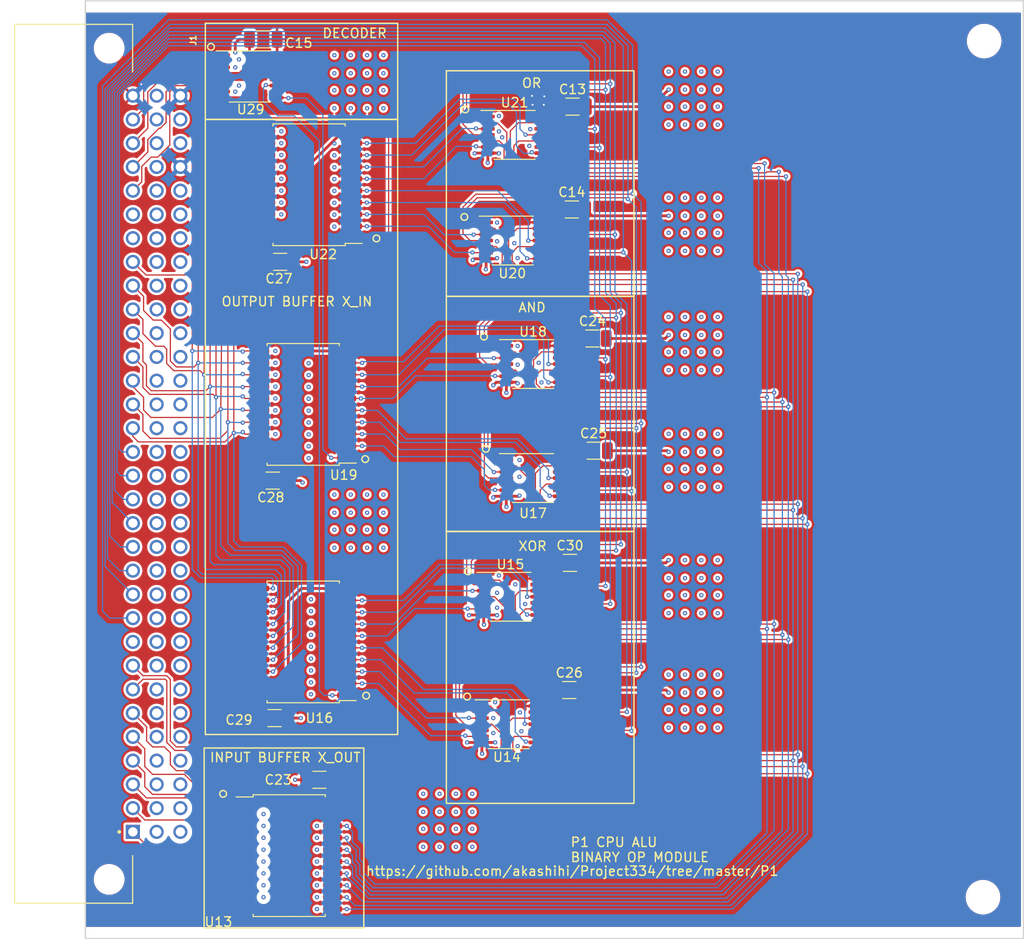
<source format=kicad_pcb>
(kicad_pcb (version 20240108) (generator "pcbnew") (generator_version "8.0")
  (layers (0 "F.Cu" signal) (1 "In1.Cu" signal) (2 "In2.Cu" signal) (31 "B.Cu" signal) (34 "B.Paste" user) (35 "F.Paste" user) (36 "B.SilkS" user "B.Silkscreen") (37 "F.SilkS" user "F.Silkscreen") (38 "B.Mask" user) (39 "F.Mask" user) (44 "Edge.Cuts" user))
  (net 0 "")
  (net 1 "+5V")
  (net 2 "GND")
  (net 3 "/X_IN1")
  (net 4 "/X_IN2")
  (net 5 "/X_IN3")
  (net 6 "/X_IN4")
  (net 7 "/X_IN5")
  (net 8 "/X_IN6")
  (net 9 "/X_IN7")
  (net 10 "Net-(U29-E3)")
  (net 12 "Net-(U29-A2)")
  (net 13 "Net-(U29-A1)")
  (net 14 "Net-(U29-A0)")
  (net 73 "Net-(U13-A0)")
  (net 74 "Net-(U13-A1)")
  (net 75 "Net-(U13-A2)")
  (net 76 "Net-(U13-A3)")
  (net 77 "Net-(U13-A4)")
  (net 78 "Net-(U13-A5)")
  (net 79 "Net-(U13-A6)")
  (net 80 "Net-(U13-A7)")
  (net 81 "Net-(U16-GAB)")
  (net 82 "Net-(U19-A0)")
  (net 83 "Net-(U19-A1)")
  (net 84 "Net-(U19-A2)")
  (net 85 "Net-(U19-A3)")
  (net 86 "Net-(U19-A4)")
  (net 87 "Net-(U19-A5)")
  (net 88 "Net-(U16-A0)")
  (net 89 "Net-(U16-A1)")
  (net 90 "Net-(U16-A2)")
  (net 91 "Net-(U16-A3)")
  (net 92 "Net-(U16-A4)")
  (net 93 "Net-(U16-A5)")
  (net 94 "Net-(U16-A6)")
  (net 95 "Net-(U16-A7)")
  (net 96 "/Y_OUT0")
  (net 97 "/Y_OUT1")
  (net 98 "/Y_OUT2")
  (net 99 "/Y_OUT3")
  (net 100 "/Y_OUT4")
  (net 101 "/Y_OUT5")
  (net 102 "/Y_OUT6")
  (net 103 "/Y_OUT7")
  (net 104 "/X_OUT7")
  (net 105 "/X_OUT6")
  (net 106 "/X_OUT5")
  (net 107 "/X_OUT4")
  (net 108 "/X_OUT3")
  (net 109 "/X_OUT2")
  (net 110 "/X_OUT1")
  (net 111 "/X_OUT0")
  (net 112 "Net-(U19-A6)")
  (net 113 "Net-(U19-A7)")
  (net 114 "Net-(U19-GAB)")
  (net 115 "Net-(U22-A0)")
  (net 116 "Net-(U22-A1)")
  (net 117 "Net-(U22-A2)")
  (net 118 "Net-(U22-A3)")
  (net 119 "Net-(U22-A4)")
  (net 120 "Net-(U22-A5)")
  (net 121 "Net-(U22-A6)")
  (net 122 "Net-(U22-A7)")
  (net 123 "Net-(U22-GAB)")
  (net 124 "/X_IN0")
  (footprint "Package_SO:TSSOP-14_4.4x5mm_P0.65mm" (layer "F.Cu") (at 85.2755 41.021)
    (property "Reference" "U21")
    (property "Value" "74LS32" (hide yes))
  )
  (footprint "Capacitor_SMD:C_1206_3216Metric" (layer "F.Cu") (at 59.4 78)
    (property "Reference" "C28")
    (property "Value" "100n")
  )
  (footprint "Capacitor_SMD:C_1206_3216Metric" (layer "F.Cu") (at 60.2 54.6)
    (property "Reference" "C27")
    (property "Value" "100n")
  )
  (footprint "41612:TE_650473-5" (layer "F.Cu") (at 44.45 115.57 -90)
    (property "Reference" "J1")
    (property "Value" "650473-5")
  )
  (footprint "Capacitor_SMD:C_1206_3216Metric" (layer "F.Cu") (at 93.725 74.8)
    (property "Reference" "C25")
    (property "Value" "100n")
  )
  (footprint "MountingHole:MountingHole_3.2mm_M3_DIN965" (layer "F.Cu") (at 135.5 30.988)
    (property "Reference" "REF**" (hide yes))
    (property "Value" "MountingHole_3.2mm_M3_DIN965" (hide yes))
  )
  (footprint "Package_SO:TSSOP-14_4.4x5mm_P0.65mm" (layer "F.Cu") (at 87.249 77.724)
    (property "Reference" "U17")
    (property "Value" "74LS08")
  )
  (footprint "Package_SO:TSSOP-14_4.4x5mm_P0.65mm" (layer "F.Cu") (at 84.6405 104.058)
    (property "Reference" "U14")
    (property "Value" "74HC86")
  )
  (footprint "Package_SO:SOIC-20W_7.5x12.8mm_P1.27mm" (layer "F.Cu") (at 62.66 69.85 180)
    (property "Reference" "U19")
    (property "Value" "74LS621")
  )
  (footprint "Package_SO:SOIC-20W_7.5x12.8mm_P1.27mm" (layer "F.Cu") (at 62.66 95.25 180)
    (property "Reference" "U16")
    (property "Value" "74LS621")
  )
  (footprint "Package_SO:SOIC-20W_7.5x12.8mm_P1.27mm" (layer "F.Cu") (at 63.295 46.355 180)
    (property "Reference" "U22")
    (property "Value" "74LS621")
  )
  (footprint "Package_SO:TSSOP-14_4.4x5mm_P0.65mm" (layer "F.Cu") (at 84.836 90.424)
    (property "Reference" "U15")
    (property "Value" "74HC86")
  )
  (footprint "Package_SO:TSSOP-14_4.4x5mm_P0.65mm" (layer "F.Cu") (at 87.249 65.532)
    (property "Reference" "U18")
    (property "Value" "74LS08")
  )
  (footprint "Capacitor_SMD:C_1206_3216Metric" (layer "F.Cu") (at 91.4 49)
    (property "Reference" "C14")
    (property "Value" "100n")
  )
  (footprint "Capacitor_SMD:C_1206_3216Metric" (layer "F.Cu") (at 91.125 100.4)
    (property "Reference" "C26")
    (property "Value" "100n")
  )
  (footprint "Package_SO:TSSOP-16_4.4x5mm_P0.65mm" (layer "F.Cu") (at 56.9545 34.772)
    (property "Reference" "U29")
    (property "Value" "74HC238")
  )
  (footprint "Package_SO:SOIC-20W_7.5x12.8mm_P1.27mm" (layer "F.Cu") (at 61.165 118.11)
    (property "Reference" "U13")
    (property "Value" "74LS541" (hide yes))
  )
  (footprint "MountingHole:MountingHole_3.2mm_M3_DIN965" (layer "F.Cu") (at 135.5 122.555)
    (property "Reference" "REF**" (hide yes))
    (property "Value" "MountingHole_3.2mm_M3_DIN965" (hide yes))
  )
  (footprint "Capacitor_SMD:C_1206_3216Metric" (layer "F.Cu") (at 64.4 110 180)
    (property "Reference" "C23")
    (property "Value" "100n")
  )
  (footprint "Capacitor_SMD:C_1206_3216Metric" (layer "F.Cu") (at 91.475 38)
    (property "Reference" "C13")
    (property "Value" "100n")
  )
  (footprint "Capacitor_SMD:C_1206_3216Metric" (layer "F.Cu") (at 91.2 86.8)
    (property "Reference" "C30")
    (property "Value" "100n")
  )
  (footprint "Capacitor_SMD:C_1206_3216Metric" (layer "F.Cu") (at 93.6 62.8)
    (property "Reference" "C24")
    (property "Value" "100n")
  )
  (footprint "Package_SO:TSSOP-14_4.4x5mm_P0.65mm" (layer "F.Cu") (at 85.09 52.324)
    (property "Reference" "U20")
    (property "Value" "74LS32" (hide yes))
  )
  (footprint "Capacitor_SMD:C_1206_3216Metric" (layer "F.Cu") (at 58.4 30.8 180)
    (property "Reference" "C15")
    (property "Value" "100n")
  )
  (footprint "Capacitor_SMD:C_1206_3216Metric" (layer "F.Cu") (at 59.6 103.4)
    (property "Reference" "C29")
    (property "Value" "100n")
  )
  (gr_circle (center 80 38.3) (end 80.360555 38.3) (stroke (width 0.15)) (fill none) (layer "F.SilkS"))
  (gr_rect (start 77.978 58.293) (end 98.044 83.439) (stroke (width 0.15)) (fill none) (layer "F.SilkS"))
  (gr_circle (center 80.3 87.7) (end 80.660555 87.7) (stroke (width 0.15)) (fill none) (layer "F.SilkS"))
  (gr_circle (center 80.2 101.1) (end 80.560555 101.1) (stroke (width 0.15)) (fill none) (layer "F.SilkS"))
  (gr_rect (start 52.197 39.37) (end 72.771 105.156) (stroke (width 0.15)) (fill none) (layer "F.SilkS"))
  (gr_circle (center 82.2 74.6) (end 82.560555 74.6) (stroke (width 0.15)) (fill none) (layer "F.SilkS"))
  (gr_circle (center 69.4 101) (end 69.760555 101) (stroke (width 0.15)) (fill none) (layer "F.SilkS"))
  (gr_circle (center 69.3 75.7) (end 69.660555 75.7) (stroke (width 0.15)) (fill none) (layer "F.SilkS"))
  (gr_circle (center 82 62.6) (end 82.360555 62.6) (stroke (width 0.15)) (fill none) (layer "F.SilkS"))
  (gr_circle (center 79.9 49.8) (end 80.260555 49.8) (stroke (width 0.15)) (fill none) (layer "F.SilkS"))
  (gr_rect (start 52.07 106.6) (end 69.15 125.857) (stroke (width 0.15)) (fill none) (layer "F.SilkS"))
  (gr_circle (center 52.8 31.6) (end 53.160555 31.6) (stroke (width 0.15)) (fill none) (layer "F.SilkS"))
  (gr_rect (start 77.978 34.163) (end 98.044 58.293) (stroke (width 0.15)) (fill none) (layer "F.SilkS"))
  (gr_rect (start 52.197 29.083) (end 72.771 39.37) (stroke (width 0.15)) (fill none) (layer "F.SilkS"))
  (gr_circle (center 54.1 111.5) (end 54.460555 111.5) (stroke (width 0.15)) (fill none) (layer "F.SilkS"))
  (gr_rect (start 77.978 83.439) (end 98.044 112.522) (stroke (width 0.15)) (fill none) (layer "F.SilkS"))
  (gr_circle (center 70.5 52.1) (end 70.860555 52.1) (stroke (width 0.15)) (fill none) (layer "F.SilkS"))
  (gr_rect (start 39.37 26.67) (end 139.7 127) (stroke (width 0.15)) (fill none) (layer "Edge.Cuts"))
  (gr_text "AND" (at 85.598 60.071 0) (layer "F.SilkS") (effects (font (size 1 1)) (justify left bottom)))
  (gr_text "P1 CPU ALU\nBINARY OP MODULE" (at 91.186 118.872 0) (layer "F.SilkS") (effects (font (size 1 1)) (justify left bottom)))
  (gr_text "INPUT BUFFER X_OUT" (at 52.6 108.2 0) (layer "F.SilkS") (effects (font (size 1 1)) (justify left bottom)))
  (gr_text "OUTPUT BUFFER X_IN" (at 53.848 59.436 0) (layer "F.SilkS") (effects (font (size 1 1)) (justify left bottom)))
  (gr_text "DECODER" (at 64.643 30.734 0) (layer "F.SilkS") (effects (font (size 1 1)) (justify left bottom)))
  (gr_text "OR" (at 85.979 36.068 0) (layer "F.SilkS") (effects (font (size 1 1)) (justify left bottom)))
  (gr_text "https://github.com/akashihi/Project334/tree/master/P1" (at 69.3 120.35 0) (layer "F.SilkS") (effects (font (size 1 1)) (justify left bottom)))
  (gr_text "XOR" (at 85.598 85.598 0) (layer "F.SilkS") (effects (font (size 1 1)) (justify left bottom)))
  (segment (start 88.138 39.071) (end 88.929 39.071) (width 0.3) (layer "F.Cu") (net 1))
  (segment (start 88.551 50.374) (end 89.925 49) (width 0.3) (layer "F.Cu") (net 1))
  (segment (start 58.01 100.965) (end 58.01 103.285) (width 0.3) (layer "F.Cu") (net 1))
  (segment (start 87.9525 50.374) (end 88.551 50.374) (width 0.3) (layer "F.Cu") (net 1))
  (segment (start 58.01 103.285) (end 58.125 103.4) (width 0.3) (layer "F.Cu") (net 1))
  (segment (start 87.942 102.108) (end 89.65 100.4) (width 0.3) (layer "F.Cu") (net 1))
  (segment (start 59.875 32.439) (end 59.817 32.497) (width 0.127) (layer "F.Cu") (net 1))
  (segment (start 58.01 75.565) (end 58.01 77.915) (width 0.3) (layer "F.Cu") (net 1))
  (segment (start 88.929 39.071) (end 90 38) (width 0.3) (layer "F.Cu") (net 1))
  (segment (start 91.276 75.774) (end 92.25 74.8) (width 0.3) (layer "F.Cu") (net 1))
  (segment (start 58.645 52.07) (end 58.645 54.52) (width 0.3) (layer "F.Cu") (net 1))
  (segment (start 50 36.3) (end 50.65 36.3) (width 0.3) (layer "F.Cu") (net 1))
  (segment (start 65.815 110.06) (end 65.875 110) (width 0.3) (layer "F.Cu") (net 1))
  (segment (start 59.875 30.8) (end 59.875 32.439) (width 0.3) (layer "F.Cu") (net 1))
  (segment (start 90.979588 63.582) (end 90.1115 63.582) (width 0.3) (layer "F.Cu") (net 1))
  (segment (start 49.47 36.83) (end 48.95 37.35) (width 0.3) (layer "F.Cu") (net 1))
  (segment (start 58.645 54.52) (end 58.725 54.6) (width 0.3) (layer "F.Cu") (net 1))
  (segment (start 49.53 36.77) (end 50 36.3) (width 0.3) (layer "F.Cu") (net 1))
  (segment (start 92.125 62.8) (end 91.325 63.6) (width 0.3) (layer "F.Cu") (net 1))
  (segment (start 90.997588 63.6) (end 90.979588 63.582) (width 0.3) (layer "F.Cu") (net 1))
  (segment (start 49.53 36.83) (end 49.47 36.83) (width 0.3) (layer "F.Cu") (net 1))
  (segment (start 48.95 37.35) (end 48.95 37.75) (width 0.3) (layer "F.Cu") (net 1))
  (segment (start 87.503 102.108) (end 87.942 102.108) (width 0.3) (layer "F.Cu") (net 1))
  (segment (start 87.6985 88.474) (end 88.051 88.474) (width 0.3) (layer "F.Cu") (net 1))
  (segment (start 58.01 99.695) (end 58.01 100.965) (width 0.3) (layer "F.Cu") (net 1))
  (segment (start 65.815 112.395) (end 65.815 110.06) (width 0.3) (layer "F.Cu") (net 1))
  (segment (start 91.325 63.6) (end 90.997588 63.6) (width 0.3) (layer "F.Cu") (net 1))
  (segment (start 59.817 30.858) (end 59.875 30.8) (width 0.127) (layer "F.Cu") (net 1))
  (segment (start 49.53 36.83) (end 49.53 36.77) (width 0.3) (layer "F.Cu") (net 1))
  (segment (start 88.051 88.474) (end 89.725 86.8) (width 0.3) (layer "F.Cu") (net 1))
  (segment (start 58.645 50.8) (end 58.645 52.07) (width 0.3) (layer "F.Cu") (net 1))
  (segment (start 58.01 77.915) (end 57.925 78) (width 0.3) (layer "F.Cu") (net 1))
  (segment (start 58.01 74.295) (end 58.01 75.565) (width 0.3) (layer "F.Cu") (net 1))
  (segment (start 90.1115 75.774) (end 91.276 75.774) (width 0.3) (layer "F.Cu") (net 1))
  (via (at 88.45 36.9) (size 0.46) (drill 0.2) (layers "F.Cu" "B.Cu") (net 1))
  (via (at 87.15 36.85) (size 0.46) (drill 0.2) (layers "F.Cu" "B.Cu") (net 1))
  (via (at 88.4 37.8) (size 0.46) (drill 0.2) (layers "F.Cu" "B.Cu") (net 1))
  (via (at 45.35 35.6) (size 0.46) (drill 0.2) (layers "F.Cu" "B.Cu") (net 1))
  (via (at 87.2 37.8) (size 0.46) (drill 0.2) (layers "F.Cu" "B.Cu") (net 1))
  (segment (start 45.35 35.6) (end 44.45 36.5) (width 0.127) (layer "B.Cu") (net 1))
  (segment (start 44.45 36.5) (end 44.45 36.83) (width 0.127) (layer "B.Cu") (net 1))
  (segment (start 84.3865 67.482) (end 85.482 67.482) (width 0.3) (layer "F.Cu") (net 2))
  (segment (start 61.675 45.885001) (end 61.675 54.6) (width 0.3) (layer "F.Cu") (net 2))
  (segment (start 62.925 112.075) (end 62.925 110) (width 0.3) (layer "F.Cu") (net 2))
  (segment (start 92.875 49) (end 93.5526 49.6776) (width 0.3) (layer "F.Cu") (net 2))
  (segment (start 84.3865 67.482) (end 83.318 67.482) (width 0.3) (layer "F.Cu") (net 2))
  (segment (start 55.4 31.2) (end 55.4 32.2) (width 0.3) (layer "F.Cu") (net 2))
  (segment (start 56.925 36.275) (end 56.925 34.4) (width 0.3) (layer "F.Cu") (net 2))
  (segment (start 83.374 92.374) (end 83.4 92.4) (width 0.3) (layer "F.Cu") (net 2))
  (segment (start 84.4 67.4955) (end 84.3865 67.482) (width 0.3) (layer "F.Cu") (net 2))
  (segment (start 62.465 89.535) (end 61.075 90.925) (width 0.3) (layer "F.Cu") (net 2))
  (segment (start 83.3865 91.5865) (end 83.4 91.6) (width 0.3) (layer "F.Cu") (net 2))
  (segment (start 62.6 112.4) (end 62.925 112.075) (width 0.3) (layer "F.Cu") (net 2))
  (segment (start 82.2275 54.274) (end 82.2275 55.3725) (width 0.3) (layer "F.Cu") (net 2))
  (segment (start 83.192 106.008) (end 83.2 106) (width 0.3) (layer "F.Cu") (net 2))
  (segment (start 82.9735 103.3735) (end 83 103.4) (width 0.3) (layer "F.Cu") (net 2))
  (segment (start 62.465 64.135) (end 67.31 64.135) (width 0.3) (layer "F.Cu") (net 2))
  (segment (start 101.6224 74.8) (end 101.75 74.9276) (width 0.3) (layer "F.Cu") (net 2))
  (segment (start 62.6 78.2) (end 62.4 78) (width 0.3) (layer "F.Cu") (net 2))
  (segment (start 83.413 50.387) (end 83.4 50.4) (width 0.3) (layer "F.Cu") (net 2))
  (segment (start 85.5735 106.3735) (end 85.6 106.4) (width 0.3) (layer "F.Cu") (net 2))
  (segment (start 92.675 86.8) (end 101.45 86.8) (width 0.3) (layer "F.Cu") (net 2))
  (segment (start 61.8 114.6) (end 61.8 113.2) (width 0.3) (layer "F.Cu") (net 2))
  (segment (start 61.8 113.2) (end 62.6 112.4) (width 0.3) (layer "F.Cu") (net 2))
  (segment (start 62.4 78) (end 60.875 78) (width 0.3) (layer "F.Cu") (net 2))
  (segment (start 92.95 38) (end 99.9276 38) (width 0.3) (layer "F.Cu") (net 2))
  (segment (start 62.735 113.665) (end 61.8 114.6) (width 0.3) (layer "F.Cu") (net 2))
  (segment (start 54.092 37.047) (end 56.153 37.047) (width 0.3) (layer "F.Cu") (net 2))
  (segment (start 60.875 65.725) (end 62.465 64.135) (width 0.3) (layer "F.Cu") (net 2))
  (segment (start 58.775 123.825) (end 61.8 120.8) (width 0.3) (layer "F.Cu") (net 2))
  (segment (start 82.413 42.971) (end 81.029 42.971) (width 0.3) (layer "F.Cu") (net 2))
  (segment (start 65.815 113.665) (end 62.735 113.665) (width 0.3) (layer "F.Cu") (net 2))
  (segment (start 55.8 30.8) (end 55.4 31.2) (width 0.3) (layer "F.Cu") (net 2))
  (segment (start 82.413 43.987) (end 82.4 44) (width 0.3) (layer "F.Cu") (net 2))
  (segment (start 80.208 106.008) (end 80.2 106) (width 0.3) (layer "F.Cu") (net 2))
  (segment (start 62.4 103.4) (end 61.075 103.4) (width 0.3) (layer "F.Cu") (net 2))
  (segment (start 83.516 42.971) (end 83.545 43) (width 0.3) (layer "F.Cu") (net 2))
  (segment (start 84.3865 79.674) (end 83.126 79.674) (width 0.3) (layer "F.Cu") (net 2))
  (segment (start 84.4 68.6) (end 84.4 67.4955) (width 0.3) (layer "F.Cu") (net 2))
  (segment (start 101.45 86.8) (end 101.75 86.5) (width 0.3) (layer "F.Cu") (net 2))
  (segment (start 63 54.6) (end 61.675 54.6) (width 0.3) (layer "F.Cu") (net 2))
  (segment (start 80.1735 105.9735) (end 80.2 106) (width 0.3) (layer "F.Cu") (net 2))
  (segment (start 92.6 100.4) (end 101.4724 100.4) (width 0.3) (layer "F.Cu") (net 2))
  (segment (start 101.4724 100.4) (end 101.75 100.6776) (width 0.3) (layer "F.Cu") (net 2))
  (segment (start 84.3865 79.674) (end 84.3865 80.7865) (width 0.3) (layer "F.Cu") (net 2))
  (segment (start 84.3865 79.674) (end 85.726 79.674) (width 0.3) (layer "F.Cu") (net 2))
  (segment (start 56.153 37.047) (end 56.925 36.275) (width 0.3) (layer "F.Cu") (net 2))
  (segment (start 81.9735 92.374) (end 83.374 92.374) (width 0.3) (layer "F.Cu") (net 2))
  (segment (start 85.613 54.187) (end 85.6 54.2) (width 0.3) (layer "F.Cu") (net 2))
  (segment (start 83.413 54.187) (end 83.4 54.2) (width 0.3) (layer "F.Cu") (net 2))
  (segment (start 66.920001 40.64) (end 61.675 45.885001) (width 0.3) (layer "F.Cu") (net 2))
  (segment (start 80.426 92.374) (end 80.4 92.4) (width 0.3) (layer "F.Cu") (net 2))
  (segment (start 83.3865 89.9865) (end 83.4 90) (width 0.3) (layer "F.Cu") (net 2))
  (segment (start 82.2275 55.3725) (end 82.2 55.4) (width 0.3) (layer "F.Cu") (net 2))
  (segment (start 81.9735 93.3735) (end 82 93.4) (width 0.3) (layer "F.Cu") (net 2))
  (segment (start 55.878 34.447) (end 56.925 33.4) (width 0.3) (layer "F.Cu") (net 2))
  (segment (start 56.925 34.4) (end 56.925 33.4) (width 0.3) (layer "F.Cu") (net 2))
  (segment (start 80.3865 92.3865) (end 80.4 92.4) (width 0.3) (layer "F.Cu") (net 2))
  (segment (start 85.482 67.482) (end 85.6 67.6) (width 0.3) (layer "F.Cu") (net 2))
  (segment (start 54.092 35.097) (end 56.228 35.097) (width 0.3) (layer "F.Cu") (net 2))
  (segment (start 101.3776 62.8) (end 101.75 62.4276) (width 0.3) (layer "F.Cu") (net 2))
  (segment (start 56.925 33.4) (end 56.925 30.8) (width 0.3) (layer "F.Cu") (net 2))
  (segment (start 67.945 40.64) (end 66.920001 40.64) (width 0.3) (layer "F.Cu") (net 2))
  (segment (start 81.778 106.008) (end 80.208 106.008) (width 0.3) (layer "F.Cu") (net 2))
  (segment (start 83.318 67.482) (end 83 67.8) (width 0.3) (layer "F.Cu") (net 2))
  (segment (start 93 38.05) (end 92.95 38) (width 0.3) (layer "F.Cu") (net 2))
  (segment (start 60.875 78) (end 60.875 65.725) (width 0.3) (layer "F.Cu") (net 2))
  (segment (start 81.9735 92.374) (end 81.9735 93.3735) (width 0.3) (layer "F.Cu") (net 2))
  (segment (start 80.926 54.274) (end 80.8 54.4) (width 0.3) (layer "F.Cu") (net 2))
  (segment (start 56.515 123.825) (end 58.775 123.825) (width 0.3) (layer "F.Cu") (net 2))
  (segment (start 95.2 74.8) (end 101.6224 74.8) (width 0.3) (layer "F.Cu") (net 2))
  (segment (start 82.2275 54.274) (end 83.2855 54.274) (width 0.3) (layer "F.Cu") (net 2))
  (segment (start 81.9735 92.374) (end 80.426 92.374) (width 0.3) (layer "F.Cu") (net 2))
  (segment (start 83.1735 105.9735) (end 83.2 106) (width 0.3) (layer "F.Cu") (net 2))
  (segment (start 82.2275 54.274) (end 80.926 54.274) (width 0.3) (layer "F.Cu") (net 2))
  (segment (start 83.413 52.387) (end 83.4 52.4) (width 0.3) (layer "F.Cu") (net 2))
  (segment (start 62.595 112.395) (end 62.6 112.4) (width 0.3) (layer "F.Cu") (net 2))
  (segment (start 81.778 106.008) (end 83.192 106.008) (width 0.3) (layer "F.Cu") (net 2))
  (segment (start 82.413 42.971) (end 82.413 43.987) (width 0.3) (layer "F.Cu") (net 2))
  (segment (start 95.075 62.8) (end 101.3776 62.8) (width 0.3) (layer "F.Cu") (net 2))
  (segment (start 85.9735 104.7735) (end 86 104.8) (width 0.3) (layer "F.Cu") (net 2))
  (segment (start 81.778 106.008) (end 81.778 107.178) (width 0.3) (layer "F.Cu") (net 2))
  (segment (start 82.9735 104.9735) (end 83 105) (width 0.3) (layer "F.Cu") (net 2))
  (segment (start 93.5526 49.6776) (end 101.75 49.6776) (width 0.3) (layer "F.Cu") (net 2))
  (segment (start 56.515 112.395) (end 62.595 112.395) (width 0.3) (layer "F.Cu") (net 2))
  (segment (start 85.25 52.55) (end 85.25 52.6) (width 0.3) (layer "F.Cu") (net 2))
  (segment (start 56.925 30.8) (end 55.8 30.8) (width 0.3) (layer "F.Cu") (net 2))
  (segment (start 61.8 120.8) (end 61.8 114.6) (width 0.3) (layer "F.Cu") (net 2))
  (segment (start 99.9276 38) (end 101.75 36.1776) (width 0.3) (layer "F.Cu") (net 2))
  (segment (start 61.075 90.925) (end 61.075 103.4) (width 0.3) (layer "F.Cu") (net 2))
  (segment (start 62.925 110) (end 61.8 110) (width 0.3) (layer "F.Cu") (net 2))
  (segment (start 56.228 35.097) (end 56.925 34.4) (width 0.3) (layer "F.Cu") (net 2))
  (segment (start 83.2855 54.274) (end 83.3595 54.2) (width 0.3) (layer "F.Cu") (net 2))
  (segment (start 82.413 42.971) (end 83.516 42.971) (width 0.3) (layer "F.Cu") (net 2))
  (segment (start 54.092 34.447) (end 55.878 34.447) (width 0.3) (layer "F.Cu") (net 2))
  (segment (start 81.029 42.971) (end 81 43) (width 0.3) (layer "F.Cu") (net 2))
  (segment (start 67.31 89.535) (end 62.465 89.535) (width 0.3) (layer "F.Cu") (net 2))
  (segment (start 81.7735 107.1735) (end 81.8 107.2) (width 0.3) (layer "F.Cu") (net 2))
  (segment (start 84.3865 80.7865) (end 84.4 80.8) (width 0.3) (layer "F.Cu") (net 2))
  (segment (start 86.3865 91.1865) (end 86.4 91.2) (width 0.3) (layer "F.Cu") (net 2))
  (segment (start 81.778 107.178) (end 81.8 107.2) (width 0.3) (layer "F.Cu") (net 2))
  (segment (start 85.726 79.674) (end 85.8 79.6) (width 0.3) (layer "F.Cu") (net 2))
  (segment (start 83.126 79.674) (end 83 79.8) (width 0.3) (layer "F.Cu") (net 2))
  (via (at 107 74.9276) (size 0.46) (drill 0.2) (layers "F.Cu" "B.Cu") (net 2))
  (via (at 66 38.1776) (size 0.46) (drill 0.2) (layers "F.Cu" "B.Cu") (net 2))
  (via (at 66 47.02) (size 0.46) (drill 0.2) (layers "F.Cu" "B.Cu") (net 2))
  (via (at 84.4 80.8) (size 0.46) (drill 0.2) (layers "F.Cu" "B.Cu") (net 2))
  (via (at 63.25 67.98) (size 0.46) (drill 0.2) (layers "F.Cu" "B.Cu") (net 2))
  (via (at 82.4 44) (size 0.46) (drill 0.2) (layers "F.Cu" "B.Cu") (net 2))
  (via (at 63.5 90.69) (size 0.46) (drill 0.2) (layers "F.Cu" "B.Cu") (net 2))
  (via (at 107 51.5) (size 0.46) (drill 0.2) (layers "F.Cu" "B.Cu") (net 2))
  (via (at 83.4 91.6) (size 0.46) (drill 0.2) (layers "F.Cu" "B.Cu") (net 2))
  (via (at 58.42 121.285) (size 0.46) (drill 0.2) (layers "F.Cu" "B.Cu") (net 2))
  (via (at 66 83.25) (size 0.46) (drill 0.2) (layers "F.Cu" "B.Cu") (net 2))
  (via (at 71.25 32.5) (size 0.46) (drill 0.2) (layers "F.Cu" "B.Cu") (net 2))
  (via (at 103.5 38) (size 0.46) (drill 0.2) (layers "F.Cu" "B.Cu") (net 2))
  (via (at 59.69 73.025) (size 0.46) (drill 0.2) (layers "F.Cu" "B.Cu") (net 2))
  (via (at 105.25 64.25) (size 0.46) (drill 0.2) (layers "F.Cu" "B.Cu") (net 2))
  (via (at 105.25 47.75) (size 0.46) (drill 0.2) (layers "F.Cu" "B.Cu") (net 2))
  (via (at 105.25 104.4276) (size 0.46) (drill 0.2) (layers "F.Cu" "B.Cu") (net 2))
  (via (at 67.75 85.1776) (size 0.46) (drill 0.2) (layers "F.Cu" "B.Cu") (net 2))
  (via (at 82 93.4) (size 0.46) (drill 0.2) (layers "F.Cu" "B.Cu") (net 2))
  (via (at 55.4 36.4) (size 0.46) (drill 0.2) (layers "F.Cu" "B.Cu") (net 2))
  (via (at 101.75 49.6776) (size 0.46) (drill 0.2) (layers "F.Cu" "B.Cu") (net 2))
  (via (at 63.5 95.77) (size 0.46) (drill 0.2) (layers "F.Cu" "B.Cu") (net 2))
  (via (at 101.75 102.5) (size 0.46) (drill 0.2) (layers "F.Cu" "B.Cu") (net 2))
  (via (at 103.5 73) (size 0.46) (drill 0.2) (layers "F.Cu" "B.Cu") (net 2))
  (via (at 105.25 102.5) (size 0.46) (drill 0.2) (layers "F.Cu" "B.Cu") (net 2))
  (via (at 101.75 36.1776) (size 0.46) (drill 0.2) (layers "F.Cu" "B.Cu") (net 2))
  (via (at 62.6 78.2) (size 0.46) (drill 0.2) (layers "F.Cu" "B.Cu") (net 2))
  (via (at 64.135 116.205) (size 0.46) (drill 0.2) (layers "F.Cu" "B.Cu") (net 2))
  (via (at 83.6 43) (size 0.46) (drill 0.2) (layers "F.Cu" "B.Cu") (net 2))
  (via (at 63.5 91.96) (size 0.46) (drill 0.2) (layers "F.Cu" "B.Cu") (net 2))
  (via (at 63.25 73.06) (size 0.46) (drill 0.2) (layers "F.Cu" "B.Cu") (net 2))
  (via (at 85.8 79.6) (size 0.46) (drill 0.2) (layers "F.Cu" "B.Cu") (net 2))
  (via (at 60.325 41.91) (size 0.46) (drill 0.2) (layers "F.Cu" "B.Cu") (net 2))
  (via (at 101.75 104.4276) (size 0.46) (drill 0.2) (layers "F.Cu" "B.Cu") (net 2))
  (via (at 101.75 39.9276) (size 0.46) (drill 0.2) (layers "F.Cu" "B.Cu") (net 2))
  (via (at 63.25 65.44) (size 0.46) (drill 0.2) (layers "F.Cu" "B.Cu") (net 2))
  (via (at 83.4 90) (size 0.46) (drill 0.2) (layers "F.Cu" "B.Cu") (net 2))
  (via (at 66 44.48) (size 0.46) (drill 0.2) (layers "F.Cu" "B.Cu") (net 2))
  (via (at 83.4 54.2) (size 0.46) (drill 0.2) (layers "F.Cu" "B.Cu") (net 2))
  (via (at 83.4 52.4) (size 0.46) (drill 0.2) (layers "F.Cu" "B.Cu") (net 2))
  (via (at 63.25 74.33) (size 0.46) (drill 0.2) (layers "F.Cu" "B.Cu") (net 2))
  (via (at 103.5 36.1776) (size 0.46) (drill 0.2) (layers "F.Cu" "B.Cu") (net 2))
  (via (at 81.8 107.2) (size 0.46) (drill 0.2) (layers "F.Cu" "B.Cu") (net 2))
  (via (at 107 38) (size 0.46) (drill 0.2) (layers "F.Cu" "B.Cu") (net 2))
  (via (at 83.6 88.15) (size 0.46) (drill 0.2) (layers "F.Cu" "B.Cu") (net 2))
  (via (at 101.75 64.25) (size 0.46) (drill 0.2) (layers "F.Cu" "B.Cu") (net 2))
  (via (at 83 103.4) (size 0.46) (drill 0.2) (layers "F.Cu" "B.Cu") (net 2))
  (via (at 64.135 123.825) (size 0.46) (drill 0.2) (layers "F.Cu" "B.Cu") (net 2))
  (via (at 69.5 32.5) (size 0.46) (drill 0.2) (layers "F.Cu" "B.Cu") (net 2))
  (via (at 101.75 78.6776) (size 0.46) (drill 0.2) (layers "F.Cu" "B.Cu") (net 2))
  (via (at 103.5 47.75) (size 0.46) (drill 0.2) (layers "F.Cu" "B.Cu") (net 2))
  (via (at 105.25 78.6776) (size 0.46) (drill 0.2) (layers "F.Cu" "B.Cu") (net 2))
  (via (at 55.4 33.8) (size 0.46) (drill 0.2) (layers "F.Cu" "B.Cu") (net 2))
  (via (at 107 64.25) (size 0.46) (drill 0.2) (layers "F.Cu" "B.Cu") (net 2))
  (via (at 103.5 34.25) (size 0.46) (drill 0.2) (layers "F.Cu" "B.Cu") (net 2))
  (via (at 87.85 65.4) (size 0.46) (drill 0.2) (layers "F.Cu" "B.Cu") (net 2))
  (via (at 107 78.6776) (size 0.46) (drill 0.2) (layers "F.Cu" "B.Cu") (net 2))
  (via (at 67.75 34.4276) (size 0.46) (drill 0.2) (layers "F.Cu" "B.Cu") (net 2))
  (via (at 59.69 64.135) (size 0.46) (drill 0.2) (layers "F.Cu" "B.Cu") (net 2))
  (via (at 80.8 54.4) (size 0.46) (drill 0.2) (layers "F.Cu" "B.Cu") (net 2))
  (via (at 103.5 66.1776) (size 0.46) (drill 0.2) (layers "F.Cu" "B.Cu") (net 2))
  (via (at 63.5 97.04) (size 0.46) (drill 0.2) (layers "F.Cu" "B.Cu") (net 2))
  (via (at 101.75 66.1776) (size 0.46) (drill 0.2) (layers "F.Cu" "B.Cu") (net 2))
  (via (at 63.5 94.5) (size 0.46) (drill 0.2) (layers "F.Cu" "B.Cu") (net 2))
  (via (at 66 41.94) (size 0.46) (drill 0.2) (layers "F.Cu" "B.Cu") (net 2))
  (via (at 69.5 81.4276) (size 0.46) (drill 0.2) (layers "F.Cu" "B.Cu") (net 2))
  (via (at 60.325 43.18) (size 0.46) (drill 0.2) (layers "F.Cu" "B.Cu") (net 2))
  (via (at 103.5 104.4276) (size 0.46) (drill 0.2) (layers "F.Cu" "B.Cu") (net 2))
  (via (at 85.6 63.6) (size 0.46) (drill 0.2) (layers "F.Cu" "B.Cu") (net 2))
  (via (at 71.25 83.25) (size 0.46) (drill 0.2) (layers "F.Cu" "B.Cu") (net 2))
  (via (at 85.8 77.6) (size 0.46) (drill 0.2) (layers "F.Cu" "B.Cu") (net 2))
  (via (at 85.8 75.8) (size 0.46) (drill 0.2) (layers "F.Cu" "B.Cu") (net 2))
  (via (at 61.8 110) (size 0.46) (drill 0.2) (layers "F.Cu" "B.Cu") (net 2))
  (via (at 103.5 49.6776) (size 0.46) (drill 0.2) (layers "F.Cu" "B.Cu") (net 2))
  (via (at 83 67.8) (size 0.46) (drill 0.2) (layers "F.Cu" "B.Cu") (net 2))
  (via (at 107 53.4276) (size 0.46) (drill 0.2) (layers "F.Cu" "B.Cu") (net 2))
  (via (at 62.4 103.4) (size 0.46) (drill 0.2) (layers "F.Cu" "B.Cu") (net 2))
  (via (at 63.25 66.71) (size 0.46) (drill 0.2) (layers "F.Cu" "B.Cu") (net 2))
  (via (at 107 100.6776) (size 0.46) (drill 0.2) (layers "F.Cu" "B.Cu") (net 2))
  (via (at 60.325 46.99) (size 0.46) (drill 0.2) (layers "F.Cu" "B.Cu") (net 2))
  (via (at 60.325 49.53) (size 0.46) (drill 0.2) (layers "F.Cu" "B.Cu") (net 2))
  (via (at 79 113.4276) (size 0.46) (drill 0.2) (layers "F.Cu" "B.Cu") (net 2))
  (via (at 107 98.75) (size 0.46) (drill 0.2) (layers "F.Cu" "B.Cu") (net 2))
  (via (at 107 90.25) (size 0.46) (drill 0.2) (layers "F.Cu" "B.Cu") (net 2))
  (via (at 101.75 60.5) (size 0.46) (drill 0.2) (layers "F.Cu" "B.Cu") (net 2))
  (via (at 85.6 67.6) (size 0.46) (drill 0.2) (layers "F.Cu" "B.Cu") (net 2))
  (via (at 84.4 68.6) (size 0.46) (drill 0.2) (layers "F.Cu" "B.Cu") (net 2))
  (via (at 58.42 114.935) (size 0.46) (drill 0.2) (layers "F.Cu" "B.Cu") (net 2))
  (via (at 103.5 60.5) (size 0.46) (drill 0.2) (layers "F.Cu" "B.Cu") (net 2))
  (via (at 63.25 75.6) (size 0.46) (drill 0.2) (layers "F.Cu" "B.Cu") (net 2))
  (via (at 101.75 38) (size 0.46) (drill 0.2) (layers "F.Cu" "B.Cu") (net 2))
  (via (at 66 45.75) (size 0.46) (drill 0.2) (layers "F.Cu" "B.Cu") (net 2))
  (via (at 101.75 74.9276) (size 0.46) (drill 0.2) (layers "F.Cu" "B.Cu") (net 2))
  (via (at 71.25 36.25) (size 0.46) (drill 0.2) (layers "F.Cu" "B.Cu") (net 2))
  (via (at 58.42 113.665) (size 0.46) (drill 0.2) (layers "F.Cu" "B.Cu") (net 2))
  (via (at 105.25 90.25) (size 0.46) (drill 0.2) (layers "F.Cu" "B.Cu") (net 2))
  (via (at 107 39.9276) (size 0.46) (drill 0.2) (layers "F.Cu" "B.Cu") (net 2))
  (via (at 83 79.8) (size 0.46) (drill 0.2) (layers "F.Cu" "B.Cu") (net 2))
  (via (at 107 62.4276) (size 0.46) (drill 0.2) (layers "F.Cu" "B.Cu") (net 2))
  (via (at 105.25 100.6776) (size 0.46) (drill 0.2) (layers "F.Cu" "B.Cu") (net 2))
  (via (at 71.25 38.1776) (size 0.46) (drill 0.2) (layers "F.Cu" "B.Cu") (net 2))
  (via (at 103.5 62.4276) (size 0.46) (drill 0.2) (layers "F.Cu" "B.Cu") (net 2))
  (via (at 66 50.83) (size 0.46) (drill 0.2) (layers "F.Cu" "B.Cu") (net 2))
  (via (at 107 92.1776) (size 0.46) (drill 0.2) (layers "F.Cu" "B.Cu") (net 2))
  (via (at 103.5 53.4276) (size 0.46) (drill 0.2) (layers "F.Cu" "B.Cu") (net 2))
  (via (at 66 34.4276) (size 0.46) (drill 0.2) (layers "F.Cu" "B.Cu") (net 2))
  (via (at 107 73) (size 0.46) (drill 0.2) (layers "F.Cu" "B.Cu") (net 2))
  (via (at 105.25 88.4276) (size 0.46) (drill 0.2) (layers "F.Cu" "B.Cu") (net 2))
  (via (at 86.85 42.2) (size 0.46) (drill 0.2) (layers "F.Cu" "B.Cu") (net 2))
  (via (at 69.5 38.1776) (size 0.46) (drill 0.2) (layers "F.Cu" "B.Cu") (net 2))
  (via (at 105.25 39.9276) (size 0.46) (drill 0.2) (layers "F.Cu" "B.Cu") (net 2))
  (via (at 63.5 100.85) (size 0.46) (drill 0.2) (layers "F.Cu" "B.Cu") (net 2))
  (via (at 107 49.6776) (size 0.46) (drill 0.2) (layers "F.Cu" "B.Cu") (net 2))
  (via (at 107 102.5) (size 0.46) (drill 0.2) (layers "F.Cu" "B.Cu") (net 2))
  (via (at 101.75 73) (size 0.46) (drill 0.2) (layers "F.Cu" "B.Cu") (net 2))
  (via (at 105.25 38) (size 0.46) (drill 0.2) (layers "F.Cu" "B.Cu") (net 2))
  (via (at 75.5 111.5) (size 0.46) (drill 0.2) (layers "F.Cu" "B.Cu") (net 2))
  (via (at 71.25 79.5) (size 0.46) (drill 0.2) (layers "F.Cu" "B.Cu") (net 2))
  (via (at 105.25 62.4276) (size 0.46) (drill 0.2) (layers "F.Cu" "B.Cu") (net 2))
  (via (at 69.5 85.1776) (size 0.46) (drill 0.2) (layers "F.Cu" "B.Cu") (net 2))
  (via (at 103.5 74.9276) (size 0.46) (drill 0.2) (layers "F.Cu" "B.Cu") (net 2))
  (via (at 64.135 114.935) (size 0.46) (drill 0.2) (layers "F.Cu" "B.Cu") (net 2))
  (via (at 64.135 118.745) (size 0.46) (drill 0.2) (layers "F.Cu" "B.Cu") (net 2))
  (via (at 105.25 51.5) (size 0.46) (drill 0.2) (layers "F.Cu" "B.Cu") (net 2))
  (via (at 107 47.75) (size 0.46) (drill 0.2) (layers "F.Cu" "B.Cu") (net 2))
  (via (at 103.5 51.5) (size 0.46) (drill 0.2) (layers "F.Cu" "B.Cu") (net 2))
  (via (at 69.5 34.4276) (size 0.46) (drill 0.2) (layers "F.Cu" "B.Cu") (net 2))
  (via (at 105.25 76.75) (size 0.46) (drill 0.2) (layers "F.Cu" "B.Cu") (net 2))
  (via (at 105.25 86.5) (size 0.46) (drill 0.2) (layers "F.Cu" "B.Cu") (net 2))
  (via (at 69.5 79.5) (size 0.46) (drill 0.2) (layers "F.Cu" "B.Cu") (net 2))
  (via (at 103.5 90.25) (size 0.46) (drill 0.2) (layers "F.Cu" "B.Cu") (net 2))
  (via (at 103.5 88.4276) (size 0.46) (drill 0.2) (layers "F.Cu" "B.Cu") (net 2))
  (via (at 64.135 122.555) (size 0.46) (drill 0.2) (layers "F.Cu" "B.Cu") (net 2))
  (via (at 101.75 92.1776) (size 0.46) (drill 0.2) (layers "F.Cu" "B.Cu") (net 2))
  (via (at 64.135 117.475) (size 0.46) (drill 0.2) (layers "F.Cu" "B.Cu") (net 2))
  (via (at 107 66.1776) (size 0.46) (drill 0.2) (layers "F.Cu" "B.Cu") (net 2))
  (via (at 103.5 102.5) (size 0.46) (drill 0.2) (layers "F.Cu" "B.Cu") (net 2))
  (via (at 60.325 40.64) (size 0.46) (drill 0.2) (layers "F.Cu" "B.Cu") (net 2))
  (via (at 63.25 70.52) (size 0.46) (drill 0.2) (layers "F.Cu" "B.Cu") (net 2))
  (via (at 83.4 50.4) (size 0.46) (drill 0.2) (layers "F.Cu" "B.Cu") (net 2))
  (via (at 105.25 36.1776) (size 0.46) (drill 0.2) (layers "F.Cu" "B.Cu") (net 2))
  (via (at 67.75 79.5) (size 0.46) (drill 0.2) (layers "F.Cu" "B.Cu") (net 2))
  (via (at 107 36.1776) (size 0.46) (drill 0.2) (layers "F.Cu" "B.Cu") (net 2))
  (via (at 55.4 32.2) (size 0.46) (drill 0.2) (layers "F.Cu" "B.Cu") (net 2))
  (via (at 66 49.56) (size 0.46) (drill 0.2) (layers "F.Cu" "B.Cu") (net 2))
  (via (at 63.5 93.23) (size 0.46) (drill 0.2) (layers "F.Cu" "B.Cu") (net 2))
  (via (at 59.69 69.215) (size 0.46) (drill 0.2) (layers "F.Cu" "B.Cu") (net 2))
  (via (at 67.75 83.25) (size 0.46) (drill 0.2) (layers "F.Cu" "B.Cu") (net 2))
  (via (at 105.25 49.6776) (size 0.46) (drill 0.2) (layers "F.Cu" "B.Cu") (net 2))
  (via (at 67.75 32.5) (size 0.46) (drill 0.2) (layers "F.Cu" "B.Cu") (net 2))
  (via (at 101.75 98.75) (size 0.46) (drill 0.2) (layers "F.Cu" "B.Cu") (net 2))
  (via (at 107 76.75) (size 0.46) (drill 0.2) (layers "F.Cu" "B.Cu") (net 2))
  (via (at 80.75 111.5) (size 0.46) (drill 0.2) (layers "F.Cu" "B.Cu") (net 2))
  (via (at 85.85 102.8) (size 0.46) (drill 0.2) (layers "F.Cu" "B.Cu") (net 2))
  (via (at 85.6 54.2) (size 0.46) (drill 0.2) (layers "F.Cu" "B.Cu") (net 2))
  (via (at 77.25 111.5) (size 0.46) (drill 0.2) (layers "F.Cu" "B.Cu") (net 2))
  (via (at 101.75 76.75) (size 0.46) (drill 0.2) (layers "F.Cu" "B.Cu") (net 2))
  (via (at 105.25 92.1776) (size 0.46) (drill 0.2) (layers "F.Cu" "B.Cu") (net 2))
  (via (at 66 43.21) (size 0.46) (drill 0.2) (layers "F.Cu" "B.Cu") (net 2))
  (via (at 83.946 41.285413) (size 0.46) (drill 0.2) (layers "F.Cu" "B.Cu") (net 2))
  (via (at 69.5 36.25) (size 0.46) (drill 0.2) (layers "F.Cu" "B.Cu") (net 2))
  (via (at 75.5 113.4276) (size 0.46) (drill 0.2) (layers "F.Cu" "B.Cu") (net 2))
  (via (at 86.4 91.2) (size 0.46) (drill 0.2) (layers "F.Cu" "B.Cu") (net 2))
  (via (at 75.5 117.1776) (size 0.46) (drill 0.2) (layers "F.Cu" "B.Cu") (net 2))
  (via (at 59.69 70.485) (size 0.46) (drill 0.2) (layers "F.Cu" "B.Cu") (net 2))
  (via (at 80.75 115.25) (size 0.46) (drill 0.2) (layers "F.Cu" "B.Cu") (net 2))
  (via (at 71.25 81.4276) (size 0.46) (drill 0.2) (layers "F.Cu" "B.Cu") (net 2))
  (via (at 88.15 67.5) (size 0.46) (drill 0.2) (layers "F.Cu" "B.Cu") (net 2))
  (via (at 66 32.5) (size 0.46) (drill 0.2) (layers "F.Cu" "B.Cu") (net 2))
  (via (at 85.25 52.6) (size 0.46) (drill 0.2) (layers "F.Cu" "B.Cu") (net 2))
  (via (at 71.25 85.1776) (size 0.46) (drill 0.2) (layers "F.Cu" "B.Cu") (net 2))
  (via (at 86 104.8) (size 0.46) (drill 0.2) (layers "F.Cu" "B.Cu") (net 2))
  (via (at 66 81.4276) (size 0.46) (drill 0.2) (layers "F.Cu" "B.Cu") (net 2))
  (via (at 71.25 34.4276) (size 0.46) (drill 0.2) (layers "F.Cu" "B.Cu") (net 2))
  (via (at 86.95 40.4) (size 0.46) (drill 0.2) (layers "F.Cu" "B.Cu") (net 2))
  (via (at 105.25 74.9276) (size 0.46) (drill 0.2) (layers "F.Cu" "B.Cu") (net 2))
  (via (at 85.6 106.4) (size 0.46) (drill 0.2) (layers "F.Cu" "B.Cu") (net 2))
  (via (at 63 54.6) (size 0.46) (drill 0.2) (layers "F.Cu" "B.Cu") (net 2))
  (via (at 107 86.5) (size 0.46) (drill 0.2) (layers "F.Cu" "B.Cu") (net 2))
  (via (at 101.75 90.25) (size 0.46) (drill 0.2) (layers "F.Cu" "B.Cu") (net 2))
  (via (at 83.6 40.65) (size 0.46) (drill 0.2) (layers "F.Cu" "B.Cu") (net 2))
  (via (at 60.325 44.45) (size 0.46) (drill 0.2) (layers "F.Cu" "B.Cu") (net 2))
  (via (at 59.69 65.405) (size 0.46) (drill 0.2) (layers "F.Cu" "B.Cu") (net 2))
  (via (at 59.69 71.755) (size 0.46) (drill 0.2) (layers "F.Cu" "B.Cu") (net 2))
  (via (at 103.5 86.5) (size 0.46) (drill 0.2) (layers "F.Cu" "B.Cu") (net 2))
  (via (at 101.75 51.5) (size 0.46) (drill 0.2) (layers "F.Cu" "B.Cu") (net 2))
  (via (at 81 43) (size 0.46) (drill 0.2) (layers "F.Cu" "B.Cu") (net 2))
  (via (at 83.2 106) (size 0.46) (drill 0.2) (layers "F.Cu" "B.Cu") (net 2))
  (via (at 80.75 117.1776) (size 0.46) (drill 0.2) (layers "F.Cu" "B.Cu") (net 2))
  (via (at 58.42 122.555) (size 0.46) (drill 0.2) (layers "F.Cu" "B.Cu") (net 2))
  (via (at 75.5 115.25) (size 0.46) (drill 0.2) (layers "F.Cu" "B.Cu") (net 2))
  (via (at 107 88.4276) (size 0.46) (drill 0.2) (layers "F.Cu" "B.Cu") (net 2))
  (via (at 107 34.25) (size 0.46) (drill 0.2) (layers "F.Cu" "B.Cu") (net 2))
  (via (at 103.5 92.1776) (size 0.46) (drill 0.2) (layers "F.Cu" "B.Cu") (net 2))
  (via (at 58.42 117.475) (size 0.46) (drill 0.2) (layers "F.Cu" "B.Cu") (net 2))
  (via (at 103.5 98.75) (size 0.46) (drill 0.2) (layers "F.Cu" "B.Cu") (net 2))
  (via (at 80.2 106) (size 0.46) (drill 0.2) (layers "F.Cu" "B.Cu") (net 2))
  (via (at 101.75 88.4276) (size 0.46) (drill 0.2) (layers "F.Cu" "B.Cu") (net 2))
  (via (at 105.25 66.1776) (size 0.46) (drill 0.2) (layers "F.Cu" "B.Cu") (net 2))
  (via (at 101.75 86.5) (size 0.46) (drill 0.2) (layers "F.Cu" "B.Cu") (net 2))
  (via (at 79 117.1776) (size 0.46) (drill 0.2) (layers "F.Cu" "B.Cu") (net 2))
  (via (at 103.5 78.6776) (size 0.46) (drill 0.2) (layers "F.Cu" "B.Cu") (net 2))
  (via (at 59.69 67.945) (size 0.46) (drill 0.2) (layers "F.Cu" "B.Cu") (net 2))
  (via (at 63.25 69.25) (size 0.46) (drill 0.2) (layers "F.Cu" "B.Cu") (net 2))
  (via (at 105.25 73) (size 0.46) (drill 0.2) (layers "F.Cu" "B.Cu") (net 2))
  (via (at 67.75 36.25) (size 0.46) (drill 0.2) (layers "F.Cu" "B.Cu") (net 2))
  (via (at 83.2 101.7) (size 0.46) (drill 0.2) (layers "F.Cu" "B.Cu") (net 2))
  (via (at 77.25 113.4276) (size 0.46) (drill 0.2) (layers "F.Cu" "B.Cu") (net 2))
  (via (at 64.135 120.015) (size 0.46) (drill 0.2) (layers "F.Cu" "B.Cu") (net 2))
  (via (at 67.75 38.1776) (size 0.46) (drill 0.2) (layers "F.Cu" "B.Cu") (net 2))
  (via (at 107 60.5) (size 0.46) (drill 0.2) (layers "F.Cu" "B.Cu") (net 2))
  (via (at 58.42 118.745) (size 0.46) (drill 0.2) (layers "F.Cu" "B.Cu") (net 2))
  (via (at 105.25 53.4276) (size 0.46) (drill 0.2) (layers "F.Cu" "B.Cu") (net 2))
  (via (at 83.6 39) (size 0.46) (drill 0.2) (layers "F.Cu" "B.Cu") (net 2))
  (via (at 107 104.4276) (size 0.46) (drill 0.2) (layers "F.Cu" "B.Cu") (net 2))
  (via (at 77.25 115.25) (size 0.46) (drill 0.2) (layers "F.Cu" "B.Cu") (net 2))
  (via (at 67.75 81.4276) (size 0.46) (drill 0.2) (layers "F.Cu" "B.Cu") (net 2))
  (via (at 80.75 113.4276) (size 0.46) (drill 0.2) (layers "F.Cu" "B.Cu") (net 2))
  (via (at 101.75 47.75) (size 0.46) (drill 0.2) (layers "F.Cu" "B.Cu") (net 2))
  (via (at 60.325 45.72) (size 0.46) (drill 0.2) (layers "F.Cu" "B.Cu") (net 2))
  (via (at 63.25 71.79) (size 0.46) (drill 0.2) (layers "F.Cu" "B.Cu") (net 2))
  (via (at 103.5 76.75) (size 0.46) (drill 0.2) (layers "F.Cu" "B.Cu") (net 2))
  (via (at 66 85.1776) (size 0.46) (drill 0.2) (layers "F.Cu" "B.Cu") (net 2))
  (via (at 63.5 98.31) (size 0.46) (drill 0.2) (layers "F.Cu" "B.Cu") (net 2))
  (via (at 105.25 98.75) (size 0.46) (drill 0.2) (layers "F.Cu" "B.Cu") (net 2))
  (via (at 79 111.5) (size 0.46) (drill 0.2) (layers "F.Cu" "B.Cu") (net 2))
  (via (at 85.6 65.6) (size 0.46) (drill 0.2) (layers "F.Cu" "B.Cu") (net 2))
  (via (at 58.42 120.015) (size 0.46) (drill 0.2) (layers "F.Cu" "B.Cu") (net 2))
  (via (at 58.42 116.205) (size 0.46) (drill 0.2) (layers "F.Cu" "B.Cu") (net 2))
  (via (at 101.75 100.6776) (size 0.46) (drill 0.2) (layers "F.Cu" "B.Cu") (net 2))
  (via (at 55.8 35.75) (size 0.46) (drill 0.2) (layers "F.Cu" "B.Cu") (net 2))
  (via (at 83 105) (size 0.46) (drill 0.2) (layers "F.Cu" "B.Cu") (net 2))
  (via (at 80.4 92.4) (size 0.46) (drill 0.2) (layers "F.Cu" "B.Cu") (net 2))
  (via (at 101.75 62.4276) (size 0.46) (drill 0.2) (layers "F.Cu" "B.Cu") (net 2))
  (via (at 105.25 60.5) (size 0.46) (drill 0.2) (layers "F.Cu" "B.Cu") (net 2))
  (via (at 82.2 55.4) (size 0.46) (drill 0.2) (layers "F.Cu" "B.Cu") (net 2))
  (via (at 60.325 48.26) (size 0.46) (drill 0.2) (layers "F.Cu" "B.Cu") (net 2))
  (via (at 66 79.5) (size 0.46) (drill 0.2) (layers "F.Cu" "B.Cu") (net 2))
  (via (at 101.75 53.4276) (size 0.46) (drill 0.2) (layers "F.Cu" "B.Cu") (net 2))
  (via (at 66 36.25) (size 0.46) (drill 0.2) (layers "F.Cu" "B.Cu") (net 2))
  (via (at 101.75 34.25) (size 0.46) (drill 0.2) (layers "F.Cu" "B.Cu") (net 2))
  (via (at 79 115.25) (size 0.46) (drill 0.2) (layers "F.Cu" "B.Cu") (net 2))
  (via (at 83.4 92.4) (size 0.46) (drill 0.2) (layers "F.Cu" "B.Cu") (net 2))
  (via (at 85.35 89.1) (size 0.46) (drill 0.2) (layers "F.Cu" "B.Cu") (net 2))
  (via (at 103.5 100.6776) (size 0.46) (drill 0.2) (layers "F.Cu" "B.Cu") (net 2))
  (via (at 103.5 39.9276) (size 0.46) (drill 0.2) (layers "F.Cu" "B.Cu") (net 2))
  (via (at 59.69 66.675) (size 0.46) (drill 0.2) (layers "F.Cu" "B.Cu") (net 2))
  (via (at 64.135 121.285) (size 0.46) (drill 0.2) (layers "F.Cu" "B.Cu") (net 2))
  (via (at 63.5 99.58) (size 0.46) (drill 0.2) (layers "F.Cu" "B.Cu") (net 2))
  (via (at 69.5 83.25) (size 0.46) (drill 0.2) (layers "F.Cu" "B.Cu") (net 2))
  (via (at 77.25 117.1776) (size 0.46) (drill 0.2) (layers "F.Cu" "B.Cu") (net 2))
  (via (at 103.5 64.25) (size 0.46) (drill 0.2) (layers "F.Cu" "B.Cu") (net 2))
  (via (at 55.8 32.95) (size 0.46) (drill 0.2) (layers "F.Cu" "B.Cu") (net 2))
  (via (at 66 48.29) (size 0.46) (drill 0.2) (layers "F.Cu" "B.Cu") (net 2))
  (via (at 105.25 34.25) (size 0.46) (drill 0.2) (layers "F.Cu" "B.Cu") (net 2))
  (segment (start 54.61 48.641) (end 54.991 48.26) (width 0.127) (layer "F.Cu") (net 3))
  (segment (start 45.5215 70.9215) (end 44.45 69.85) (width 0.127) (layer "F.Cu") (net 3))
  (segment (start 58.01 71.755) (end 56.245 71.755) (width 0.127) (layer "F.Cu") (net 3))
  (segment (start 46.2995 73.4775) (end 45.5215 72.6995) (width 0.127) (layer "F.Cu") (net 3))
  (segment (start 54.61 71.755) (end 54.61 72.644) (width 0.127) (layer "F.Cu") (net 3))
  (segment (start 54.61 71.755) (end 54.61 48.641) (width 0.127) (layer "F.Cu") (net 3))
  (segment (start 53.7765 73.4775) (end 46.2995 73.4775) (width 0.127) (layer "F.Cu") (net 3))
  (segment (start 45.5215 72.6995) (end 45.5215 70.9215) (width 0.127) (layer "F.Cu") (net 3))
  (segment (start 58.01 97.155) (end 59.436 97.155) (width 0.127) (layer "F.Cu") (net 3))
  (segment (start 54.991 48.26) (end 58.645 48.26) (width 0.127) (layer "F.Cu") (net 3))
  (segment (start 54.61 72.644) (end 53.7765 73.4775) (width 0.127) (layer "F.Cu") (net 3))
  (segment (start 56.245 71.755) (end 56.2 71.8) (width 0.127) (layer "F.Cu") (net 3))
  (via (at 56.2 71.8) (size 0.46) (drill 0.2) (layers "F.Cu" "B.Cu") (net 3))
  (via (at 54.61 71.755) (size 0.46) (drill 0.2) (layers "F.Cu" "B.Cu") (net 3))
  (via (at 59.436 97.155) (size 0.46) (drill 0.2) (layers "F.Cu" "B.Cu") (net 3))
  (segment (start 62.103 94.488) (end 62.103 87.18737) (width 0.127) (layer "B.Cu") (net 3))
  (segment (start 59.436 97.155) (end 62.103 94.488) (width 0.127) (layer "B.Cu") (net 3))
  (segment (start 54.61 84.709) (end 54.61 71.755) (width 0.127) (layer "B.Cu") (net 3))
  (segment (start 55.372 85.471) (end 54.61 84.709) (width 0.127) (layer "B.Cu") (net 3))
  (segment (start 62.103 87.18737) (end 60.38663 85.471) (width 0.127) (layer "B.Cu") (net 3))
  (segment (start 56.2 71.8) (end 56.155 71.755) (width 0.127) (layer "B.Cu") (net 3))
  (segment (start 54.61 71.755) (end 56.2 71.8) (width 0.127) (layer "B.Cu") (net 3))
  (segment (start 60.38663 85.471) (end 55.372 85.471) (width 0.127) (layer "B.Cu") (net 3))
  (segment (start 54.483 46.99) (end 58.645 46.99) (width 0.127) (layer "F.Cu") (net 4))
  (segment (start 52.959 71.247) (end 46.385816 71.247) (width 0.127) (layer "F.Cu") (net 4))
  (segment (start 56.285 70.485) (end 56.2 70.4) (width 0.127) (layer "F.Cu") (net 4))
  (segment (start 53.975 59.69) (end 53.975 47.498) (width 0.127) (layer "F.Cu") (net 4))
  (segment (start 53.848 70.358) (end 53.975 59.69) (width 0.127) (layer "F.Cu") (net 4))
  (segment (start 44.45 67.945) (end 44.45 67.31) (width 0.127) (layer "F.Cu") (net 4))
  (segment (start 58.01 70.485) (end 56.285 70.485) (width 0.127) (layer "F.Cu") (net 4))
  (segment (start 53.848 70.358) (end 52.959 71.247) (width 0.127) (layer "F.Cu") (net 4))
  (segment (start 53.975 47.498) (end 54.483 46.99) (width 0.127) (layer "F.Cu") (net 4))
  (segment (start 45.593 70.454184) (end 45.593 69.088) (width 0.127) (layer "F.Cu") (net 4))
  (segment (start 45.593 69.088) (end 44.45 67.945) (width 0.127) (layer "F.Cu") (net 4))
  (segment (start 58.01 95.885) (end 59.436 95.885) (width 0.127) (layer "F.Cu") (net 4))
  (segment (start 46.385816 71.247) (end 45.593 70.454184) (width 0.127) (layer "F.Cu") (net 4))
  (via (at 59.436 95.885) (size 0.46) (drill 0.2) (layers "F.Cu" "B.Cu") (net 4))
  (via (at 56.2 70.4) (size 0.46) (drill 0.2) (layers "F.Cu" "B.Cu") (net 4))
  (via (at 53.848 70.358) (size 0.46) (drill 0.2) (layers "F.Cu" "B.Cu") (net 4))
  (segment (start 60.355815 85.979) (end 54.864 85.979) (width 0.127) (layer "B.Cu") (net 4))
  (segment (start 53.848 84.963) (end 53.848 70.358) (width 0.127) (layer "B.Cu") (net 4))
  (segment (start 56.2 70.4) (end 56.158 70.358) (width 0.127) (layer "B.Cu") (net 4))
  (segment (start 59.436 95.885) (end 59.436 95.758) (width 0.127) (layer "B.Cu") (net 4))
  (segment (start 54.864 85.979) (end 53.848 84.963) (width 0.127) (layer "B.Cu") (net 4))
  (segment (start 53.848 70.358) (end 56.2 70.4) (width 0.127) (layer "B.Cu") (net 4))
  (segment (start 59.436 95.758) (end 61.595 93.599) (width 0.127) (layer "B.Cu") (net 4))
  (segment (start 61.595 93.599) (end 61.595 87.218185) (width 0.127) (layer "B.Cu") (net 4))
  (segment (start 61.595 87.218185) (end 60.355815 85.979) (width 0.127) (layer "B.Cu") (net 4))
  (segment (start 53.34 69.088) (end 53.34 46.101) (width 0.127) (layer "F.Cu") (net 5))
  (segment (start 53.0305 68.7785) (end 46.268684 68.7785) (width 0.127) (layer "F.Cu") (net 5))
  (segment (start 58.01 94.615) (end 59.436 94.615) (width 0.127) (layer "F.Cu") (net 5))
  (segment (start 45.5215 68.031316) (end 45.5215 65.8415) (width 0.127) (layer "F.Cu") (net 5))
  (segment (start 46.268684 68.7785) (end 45.5215 68.031316) (width 0.127) (layer "F.Cu") (net 5))
  (segment (start 45.5215 65.8415) (end 44.45 64.77) (width 0.127) (layer "F.Cu") (net 5))
  (segment (start 53.34 69.088) (end 53.0305 68.7785) (width 0.127) (layer "F.Cu") (net 5))
  (segment (start 58.01 69.215) (end 56.415 69.215) (width 0.127) (layer "F.Cu") (net 5))
  (segment (start 53.34 46.101) (end 53.721 45.72) (width 0.127) (layer "F.Cu") (net 5))
  (segment (start 53.721 45.72) (end 58.645 45.72) (width 0.127) (layer "F.Cu") (net 5))
  (segment (start 56.415 69.215) (end 56.2 69) (width 0.127) (layer "F.Cu") (net 5))
  (via (at 59.436 94.615) (size 0.46) (drill 0.2) (layers "F.Cu" "B.Cu") (net 5))
  (via (at 56.2 69) (size 0.46) (drill 0.2) (layers "F.Cu" "B.Cu") (net 5))
  (via (at 53.34 69.088) (size 0.46) (drill 0.2) (layers "F.Cu" "B.Cu") (net 5))
  (segment (start 53.848 86.487) (end 53.34 85.979) (width 0.127) (layer "B.Cu") (net 5))
  (segment (start 61.214 87.376) (end 60.325 86.487) (width 0.127) (layer "B.Cu") (net 5))
  (segment (start 53.34 69.088) (end 53.428 69) (width 0.127) (layer "B.Cu") (net 5))
  (segment (start 53.34 85.979) (end 53.34 69.088) (width 0.127) (layer "B.Cu") (net 5))
  (segment (start 56.2 69) (end 56 69) (width 0.127) (layer "B.Cu") (net 5))
  (segment (start 59.436 94.615) (end 61.214 92.837) (width 0.127) (layer "B.Cu") (net 5))
  (segment (start 60.325 86.487) (end 53.848 86.487) (width 0.127) (layer "B.Cu") (net 5))
  (segment (start 53.428 69) (end 56.2 69) (width 0.127) (layer "B.Cu") (net 5))
  (segment (start 61.214 92.837) (end 61.214 87.376) (width 0.127) (layer "B.Cu") (net 5))
  (segment (start 44.45 62.23) (end 45.5215 63.3015) (width 0.127) (layer "F.Cu") (net 6))
  (segment (start 56.255 67.945) (end 56.2 68) (width 0.127) (layer "F.Cu") (net 6))
  (segment (start 52.705 67.945) (end 52.705 44.831) (width 0.127) (layer "F.Cu") (net 6))
  (segment (start 58.01 93.345) (end 59.436 93.345) (width 0.127) (layer "F.Cu") (net 6))
  (segment (start 45.9025 65.635592) (end 45.9025 67.8735) (width 0.127) (layer "F.Cu") (net 6))
  (segment (start 45.5215 63.3015) (end 45.5215 65.254592) (width 0.127) (layer "F.Cu") (net 6))
  (segment (start 58.01 67.945) (end 56.255 67.945) (width 0.127) (layer "F.Cu") (net 6))
  (segment (start 52.2685 68.3815) (end 52.705 67.945) (width 0.127) (layer "F.Cu") (net 6))
  (segment (start 52.705 44.831) (end 53.086 44.45) (width 0.127) (layer "F.Cu") (net 6))
  (segment (start 46.4105 68.3815) (end 52.2685 68.3815) (width 0.127) (layer "F.Cu") (net 6))
  (segment (start 53.086 44.45) (end 58.645 44.45) (width 0.127) (layer "F.Cu") (net 6))
  (segment (start 45.5215 65.254592) (end 45.9025 65.635592) (width 0.127) (layer "F.Cu") (net 6))
  (segment (start 45.9025 67.8735) (end 46.4105 68.3815) (width 0.127) (layer "F.Cu") (net 6))
  (via (at 56.2 68) (size 0.46) (drill 0.2) (layers "F.Cu" "B.Cu") (net 6))
  (via (at 52.705 67.945) (size 0.46) (drill 0.2) (layers "F.Cu" "B.Cu") (net 6))
  (via (at 59.436 93.345) (size 0.46) (drill 0.2) (layers "F.Cu" "B.Cu") (net 6))
  (segment (start 52.705 86.614) (end 52.705 67.945) (width 0.127) (layer "B.Cu") (net 6))
  (segment (start 56.2 68) (end 56.145 67.945) (width 0.127) (layer "B.Cu") (net 6))
  (segment (start 53.086 86.995) (end 52.705 86.614) (width 0.127) (layer "B.Cu") (net 6))
  (segment (start 60.6905 92.0905) (end 60.6905 87.6145) (width 0.127) (layer "B.Cu") (net 6))
  (segment (start 60.6905 87.6145) (end 60.071 86.995) (width 0.127) (layer "B.Cu") (net 6))
  (segment (start 59.436 93.345) (end 60.6905 92.0905) (width 0.127) (layer "B.Cu") (net 6))
  (segment (start 60.071 86.995) (end 53.086 86.995) (width 0.127) (layer "B.Cu") (net 6))
  (segment (start 52.705 67.945) (end 56.2 68) (width 0.127) (layer "B.Cu") (net 6))
  (segment (start 52.07 66.675) (end 51.6335 66.2385) (width 0.127) (layer "F.Cu") (net 7))
  (segment (start 48.8235 66.2385) (end 48.0615 65.4765) (width 0.127) (layer "F.Cu") (net 7))
  (segment (start 48.0615 63.9365) (end 47.752 63.627) (width 0.127) (layer "F.Cu") (net 7))
  (segment (start 58.01 92.075) (end 59.436 92.075) (width 0.127) (layer "F.Cu") (net 7))
  (segment (start 46.863 63.627) (end 45.5215 62.2855) (width 0.127) (layer "F.Cu") (net 7))
  (segment (start 52.07 66.675) (end 52.07 43.911185) (width 0.127) (layer "F.Cu") (net 7))
  (segment (start 51.6335 66.2385) (end 48.8235 66.2385) (width 0.127) (layer "F.Cu") (net 7))
  (segment (start 56.275 66.675) (end 56.2 66.6) (width 0.127) (layer "F.Cu") (net 7))
  (segment (start 52.801185 43.18) (end 58.645 43.18) (width 0.127) (layer "F.Cu") (net 7))
  (segment (start 47.752 63.627) (end 46.863 63.627) (width 0.127) (layer "F.Cu") (net 7))
  (segment (start 52.07 43.911185) (end 52.801185 43.18) (width 0.127) (layer "F.Cu") (net 7))
  (segment (start 45.5215 62.2855) (end 45.5215 60.7615) (width 0.127) (layer "F.Cu") (net 7))
  (segment (start 58.01 66.675) (end 56.275 66.675) (width 0.127) (layer "F.Cu") (net 7))
  (segment (start 48.0615 65.4765) (end 48.0615 63.9365) (width 0.127) (layer "F.Cu") (net 7))
  (segment (start 45.5215 60.7615) (end 44.45 59.69) (width 0.127) (layer "F.Cu") (net 7))
  (via (at 56.2 66.6) (size 0.46) (drill 0.2) (layers "F.Cu" "B.Cu") (net 7))
  (via (at 52.07 66.675) (size 0.46) (drill 0.2) (layers "F.Cu" "B.Cu") (net 7))
  (via (at 59.436 92.075) (size 0.46) (drill 0.2) (layers "F.Cu" "B.Cu") (net 7))
  (segment (start 60.3095 91.2015) (end 60.3095 88.1225) (width 0.127) (layer "B.Cu") (net 7))
  (segment (start 59.69 87.503) (end 52.324 87.503) (width 0.127) (layer "B.Cu") (net 7))
  (segment (start 52.07 66.675) (end 56.125 66.675) (width 0.127) (layer "B.Cu") (net 7))
  (segment (start 52.324 87.503) (end 52.07 87.249) (width 0.127) (layer "B.Cu") (net 7))
  (segment (start 59.436 92.075) (end 60.3095 91.2015) (width 0.127) (layer "B.Cu") (net 7))
  (segment (start 56.125 66.675) (end 56.2 66.6) (width 0.127) (layer "B.Cu") (net 7))
  (segment (start 60.3095 88.1225) (end 59.69 87.503) (width 0.127) (layer "B.Cu") (net 7))
  (segment (start 52.07 87.249) (end 52.07 66.675) (width 0.127) (layer "B.Cu") (net 7))
  (segment (start 48.4585 61.7935) (end 47.498 60.833) (width 0.127) (layer "F.Cu") (net 8))
  (segment (start 47.498 60.833) (end 46.624376 60.833) (width 0.127) (layer "F.Cu") (net 8))
  (segment (start 58.01 90.805) (end 59.436 90.805) (width 0.127) (layer "F.Cu") (net 8))
  (segment (start 50.9985 65.8415) (end 49.092876 65.8415) (width 0.127) (layer "F.Cu") (net 8))
  (segment (start 45.593 59.801624) (end 45.593 58.293) (width 0.127) (layer "F.Cu") (net 8))
  (segment (start 45.593 58.293) (end 44.45 57.15) (width 0.127) (layer "F.Cu") (net 8))
  (segment (start 51.435 65.405) (end 50.9985 65.8415) (width 0.127) (layer "F.Cu") (net 8))
  (segment (start 51.435 65.278) (end 51.435 42.672) (width 0.127) (layer "F.Cu") (net 8))
  (segment (start 46.624376 60.833) (end 45.593 59.801624) (width 0.127) (layer "F.Cu") (net 8))
  (segment (start 48.4585 65.207124) (end 48.4585 61.7935) (width 0.127) (layer "F.Cu") (net 8))
  (segment (start 52.197 41.91) (end 58.645 41.91) (width 0.127) (layer "F.Cu") (net 8))
  (segment (start 56.205 65.405) (end 56.2 65.4) (width 0.127) (layer "F.Cu") (net 8))
  (segment (start 49.092876 65.8415) (end 48.4585 65.207124) (width 0.127) (layer "F.Cu") (net 8))
  (segment (start 58.01 65.405) (end 56.205 65.405) (width 0.127) (layer "F.Cu") (net 8))
  (segment (start 51.435 42.672) (end 52.197 41.91) (width 0.127) (layer "F.Cu") (net 8))
  (via (at 59.436 90.805) (size 0.46) (drill 0.2) (layers "F.Cu" "B.Cu") (net 8))
  (via (at 51.435 65.405) (size 0.46) (drill 0.2) (layers "F.Cu" "B.Cu") (net 8))
  (via (at 56.2 65.4) (size 0.46) (drill 0.2) (layers "F.Cu" "B.Cu") (net 8))
  (segment (start 51.435 65.405) (end 56.195 65.405) (width 0.127) (layer "B.Cu") (net 8))
  (segment (start 56.195 65.405) (end 56.2 65.4) (width 0.127) (layer "B.Cu") (net 8))
  (segment (start 59.466815 88.011) (end 51.846816 88.011) (width 0.127) (layer "B.Cu") (net 8))
  (segment (start 59.9285 90.3125) (end 59.9285 88.472685) (width 0.127) (layer "B.Cu") (net 8))
  (segment (start 51.846816 88.011) (end 51.435 87.599184) (width 0.127) (layer "B.Cu") (net 8))
  (segment (start 51.435 87.599184) (end 51.435 65.405) (width 0.127) (layer "B.Cu") (net 8))
  (segment (start 59.9285 88.472685) (end 59.466815 88.011) (width 0.127) (layer "B.Cu") (net 8))
  (segment (start 59.436 90.805) (end 59.9285 90.3125) (width 0.127) (layer "B.Cu") (net 8))
  (segment (start 50.8 56.388) (end 50.8 41.402) (width 0.127) (layer "F.Cu") (net 9))
  (segment (start 50.8 41.402) (end 51.562 40.64) (width 0.127) (layer "F.Cu") (net 9))
  (segment (start 50.8 56.388) (end 50.8 64.135) (width 0.127) (layer "F.Cu") (net 9))
  (segment (start 58.01 64.135) (end 56.265 64.135) (width 0.127) (layer "F.Cu") (net 9))
  (segment (start 50.419 56.007) (end 50.8 56.388) (width 0.127) (layer "F.Cu") (net 9))
  (segment (start 51.562 40.64) (end 58.645 40.64) (width 0.127) (layer "F.Cu") (net 9))
  (segment (start 58.01 89.535) (end 59.436 89.535) (width 0.127) (layer "F.Cu") (net 9))
  (segment (start 45.847 56.007) (end 50.419 56.007) (width 0.127) (layer "F.Cu") (net 9))
  (segment (start 44.45 54.61) (end 45.847 56.007) (width 0.127) (layer "F.Cu") (net 9))
  (segment (start 56.265 64.135) (end 56.2 64.2) (width 0.127) (layer "F.Cu") (net 9))
  (via (at 56.2 64.2) (size 0.46) (drill 0.2) (layers "F.Cu" "B.Cu") (net 9))
  (via (at 59.436 89.535) (size 0.46) (drill 0.2) (layers "F.Cu" "B.Cu") (net 9))
  (via (at 50.8 64.135) (size 0.46) (drill 0.2) (layers "F.Cu" "B.Cu") (net 9))
  (segment (start 59.309 88.392) (end 51.689 88.392) (width 0.127) (layer "B.Cu") (net 9))
  (segment (start 50.8 87.503) (end 50.8 64.135) (width 0.127) (layer "B.Cu") (net 9))
  (segment (start 50.8 64.135) (end 56.135 64.135) (width 0.127) (layer "B.Cu") (net 9))
  (segment (start 59.436 88.519) (end 59.309 88.392) (width 0.127) (layer "B.Cu") (net 9))
  (segment (start 56.135 64.135) (end 56.2 64.2) (width 0.127) (layer "B.Cu") (net 9))
  (segment (start 59.436 89.535) (end 59.436 88.519) (width 0.127) (layer "B.Cu") (net 9))
  (segment (start 51.689 88.392) (end 50.8 87.503) (width 0.127) (layer "B.Cu") (net 9))
  (segment (start 48.394297 36.405703) (end 49.053 35.747) (width 0.127) (layer "F.Cu") (net 10))
  (segment (start 49.053 35.747) (end 54.092 35.747) (width 0.127) (layer "F.Cu") (net 10))
  (segment (start 44.45 46.99) (end 45.3945 46.0455) (width 0.127) (layer "F.Cu") (net 10))
  (segment (start 45.3945 44.4055) (end 46.4 43.4) (width 0.127) (layer "F.Cu") (net 10))
  (segment (start 48.394297 42.105703) (end 48.394297 36.405703) (width 0.127) (layer "F.Cu") (net 10))
  (segment (start 45.3945 46.0455) (end 45.3945 44.4055) (width 0.127) (layer "F.Cu") (net 10))
  (segment (start 47.1 43.4) (end 48.394297 42.105703) (width 0.127) (layer "F.Cu") (net 10))
  (segment (start 46.4 43.4) (end 47.1 43.4) (width 0.127) (layer "F.Cu") (net 10))
  (segment (start 47.381225 40.3145) (end 48 39.695725) (width 0.127) (layer "F.Cu") (net 12))
  (segment (start 44.45 44.45) (end 46.0455 42.8545) (width 0.127) (layer "F.Cu") (net 12))
  (segment (start 48 36.4) (end 50.603 33.797) (width 0.127) (layer "F.Cu") (net 12))
  (segment (start 50.603 33.797) (end 54.092 33.797) (width 0.127) (layer "F.Cu") (net 12))
  (segment (start 48 39.695725) (end 48 36.4) (width 0.127) (layer "F.Cu") (net 12))
  (segment (start 46.0455 41.518775) (end 47.249775 40.3145) (width 0.127) (layer "F.Cu") (net 12))
  (segment (start 46.0455 42.8545) (end 46.0455 41.518775) (width 0.127) (layer "F.Cu") (net 12))
  (segment (start 47.249775 40.3145) (end 47.381225 40.3145) (width 0.127) (layer "F.Cu") (net 12))
  (segment (start 46.0455 40.3145) (end 46.0455 36.438775) (width 0.127) (layer "F.Cu") (net 13))
  (segment (start 49.337275 33.147) (end 54.092 33.147) (width 0.127) (layer "F.Cu") (net 13))
  (segment (start 44.45 41.91) (end 46.0455 40.3145) (width 0.127) (layer "F.Cu") (net 13))
  (segment (start 46.0455 36.438775) (end 49.337275 33.147) (width 0.127) (layer "F.Cu") (net 13))
  (segment (start 45.6 36.2) (end 45.6 38.22) (width 0.127) (layer "F.Cu") (net 14))
  (segment (start 45.6 38.22) (end 44.45 39.37) (width 0.127) (layer "F.Cu") (net 14))
  (segment (start 49.303 32.497) (end 45.6 36.2) (width 0.127) (layer "F.Cu") (net 14))
  (segment (start 54.092 32.497) (end 49.303 32.497) (width 0.127) (layer "F.Cu") (net 14))
  (segment (start 45.5215 98.8615) (end 44.45 97.79) (width 0.127) (layer "F.Cu") (net 73))
  (segment (start 53.34 113.665) (end 53.34 109.22) (width 0.127) (layer "F.Cu") (net 73))
  (segment (start 53.34 109.22) (end 50.6015 106.4815) (width 0.127) (layer "F.Cu") (net 73))
  (segment (start 48.4585 105.847124) (end 48.4585 99.2585) (width 0.127) (layer "F.Cu") (net 73))
  (segment (start 49.092876 106.4815) (end 48.4585 105.847124) (width 0.127) (layer "F.Cu") (net 73))
  (segment (start 48.0615 98.8615) (end 45.5215 98.8615) (width 0.127) (layer "F.Cu") (net 73))
  (segment (start 56.515 113.665) (end 53.34 113.665) (width 0.127) (layer "F.Cu") (net 73))
  (segment (start 50.6015 106.4815) (end 49.092876 106.4815) (width 0.127) (layer "F.Cu") (net 73))
  (segment (start 48.4585 99.2585) (end 48.0615 98.8615) (width 0.127) (layer "F.Cu") (net 73))
  (segment (start 52.8475 114.4425) (end 52.8475 109.3625) (width 0.127) (layer "F.Cu") (net 74))
  (segment (start 53.34 114.935) (end 52.8475 114.4425) (width 0.127) (layer "F.Cu") (net 74))
  (segment (start 45.5375 99.2425) (end 44.45 100.33) (width 0.127) (layer "F.Cu") (net 74))
  (segment (start 48.0775 99.416316) (end 47.903684 99.2425) (width 0.127) (layer "F.Cu") (net 74))
  (segment (start 52.8475 109.3625) (end 50.3475 106.8625) (width 0.127) (layer "F.Cu") (net 74))
  (segment (start 50.3475 106.8625) (end 48.935061 106.8625) (width 0.127) (layer "F.Cu") (net 74))
  (segment (start 48.0775 106.00494) (end 48.0775 99.416316) (width 0.127) (layer "F.Cu") (net 74))
  (segment (start 56.515 114.935) (end 53.34 114.935) (width 0.127) (layer "F.Cu") (net 74))
  (segment (start 48.935061 106.8625) (end 48.0775 106.00494) (width 0.127) (layer "F.Cu") (net 74))
  (segment (start 47.903684 99.2425) (end 45.5375 99.2425) (width 0.127) (layer "F.Cu") (net 74))
  (segment (start 48.4585 108.387124) (end 48.4585 107.117124) (width 0.127) (layer "F.Cu") (net 75))
  (segment (start 45.9185 104.3385) (end 44.45 102.87) (width 0.127) (layer "F.Cu") (net 75))
  (segment (start 53.34 116.205) (end 52.4665 115.3315) (width 0.127) (layer "F.Cu") (net 75))
  (segment (start 56.515 116.205) (end 53.34 116.205) (width 0.127) (layer "F.Cu") (net 75))
  (segment (start 48.4585 107.117124) (end 47.822876 106.4815) (width 0.127) (layer "F.Cu") (net 75))
  (segment (start 49.092876 109.0215) (end 48.4585 108.387124) (width 0.127) (layer "F.Cu") (net 75))
  (segment (start 52.4665 110.8865) (end 50.6015 109.0215) (width 0.127) (layer "F.Cu") (net 75))
  (segment (start 52.4665 115.3315) (end 52.4665 110.8865) (width 0.127) (layer "F.Cu") (net 75))
  (segment (start 46.552876 106.4815) (end 45.9185 105.847124) (width 0.127) (layer "F.Cu") (net 75))
  (segment (start 50.6015 109.0215) (end 49.092876 109.0215) (width 0.127) (layer "F.Cu") (net 75))
  (segment (start 47.822876 106.4815) (end 46.552876 106.4815) (width 0.127) (layer "F.Cu") (net 75))
  (segment (start 45.9185 105.847124) (end 45.9185 104.3385) (width 0.127) (layer "F.Cu") (net 75))
  (segment (start 45.72 106.68) (end 45.72 108.585) (width 0.127) (layer "F.Cu") (net 76))
  (segment (start 46.5535 109.4185) (end 49.967124 109.4185) (width 0.127) (layer "F.Cu") (net 76))
  (segment (start 49.967124 109.4185) (end 52.0855 111.536876) (width 0.127) (layer "F.Cu") (net 76))
  (segment (start 56.515 117.475) (end 53.34 117.475) (width 0.127) (layer "F.Cu") (net 76))
  (segment (start 52.0855 116.2205) (end 53.34 117.475) (width 0.127) (layer "F.Cu") (net 76))
  (segment (start 45.72 108.585) (end 46.5535 109.4185) (width 0.127) (layer "F.Cu") (net 76))
  (segment (start 44.45 105.41) (end 45.72 106.68) (width 0.127) (layer "F.Cu") (net 76))
  (segment (start 52.0855 111.536876) (end 52.0855 116.2205) (width 0.127) (layer "F.Cu") (net 76))
  (segment (start 44.45 107.95) (end 45.72 109.22) (width 0.127) (layer "F.Cu") (net 77))
  (segment (start 46.552876 111.5615) (end 51.2365 111.5615) (width 0.127) (layer "F.Cu") (net 77))
  (segment (start 51.7045 117.1095) (end 53.34 118.745) (width 0.127) (layer "F.Cu") (net 77))
  (segment (start 51.7045 112.0295) (end 51.7045 117.1095) (width 0.127) (layer "F.Cu") (net 77))
  (segment (start 56.515 118.745) (end 53.34 118.745) (width 0.127) (layer "F.Cu") (net 77))
  (segment (start 51.2365 111.5615) (end 51.7045 112.0295) (width 0.127) (layer "F.Cu") (net 77))
  (segment (start 45.72 110.728624) (end 46.552876 111.5615) (width 0.127) (layer "F.Cu") (net 77))
  (segment (start 45.72 109.22) (end 45.72 110.728624) (width 0.127) (layer "F.Cu") (net 77))
  (segment (start 45.9025 111.9425) (end 44.45 110.49) (width 0.127) (layer "F.Cu") (net 78))
  (segment (start 51.3235 117.9985) (end 51.3235 112.187316) (width 0.127) (layer "F.Cu") (net 78))
  (segment (start 51.3235 112.187316) (end 51.078684 111.9425) (width 0.127) (layer "F.Cu") (net 78))
  (segment (start 53.34 120.015) (end 51.3235 117.9985) (width 0.127) (layer "F.Cu") (net 78))
  (segment (start 56.515 120.015) (end 53.34 120.015) (width 0.127) (layer "F.Cu") (net 78))
  (segment (start 51.078684 111.9425) (end 45.9025 111.9425) (width 0.127) (layer "F.Cu") (net 78))
  (segment (start 53.285 121.285) (end 50.9425 118.9425) (width 0.127) (layer "F.Cu") (net 79))
  (segment (start 50.9425 115.0775) (end 50.165 114.3) (width 0.127) (layer "F.Cu") (net 79))
  (segment (start 56.515 121.285) (end 53.285 121.285) (width 0.127) (layer "F.Cu") (net 79))
  (segment (start 50.9425 118.9425) (end 50.9425 115.0775) (width 0.127) (layer "F.Cu") (net 79))
  (segment (start 50.165 114.3) (end 45.72 114.3) (width 0.127) (layer "F.Cu") (net 79))
  (segment (start 45.72 114.3) (end 44.45 113.03) (width 0.127) (layer "F.Cu") (net 79))
  (segment (start 53.34 122.555) (end 56.515 122.555) (width 0.127) (layer "F.Cu") (net 80))
  (segment (start 44.45 115.57) (end 45.79122 116.91122) (width 0.127) (layer "F.Cu") (net 80))
  (segment (start 50.5615 119.7765) (end 53.34 122.555) (width 0.127) (layer "F.Cu") (net 80))
  (segment (start 45.79122 116.91122) (end 50.23622 116.91122) (width 0.127) (layer "F.Cu") (net 80))
  (segment (start 50.23622 116.91122) (end 50.5615 117.2365) (width 0.127) (layer "F.Cu") (net 80))
  (segment (start 50.5615 117.2365) (end 50.5615 119.7765) (width 0.127) (layer "F.Cu") (net 80))
  (segment (start 59.817 35.747) (end 58.734 35.747) (width 0.127) (layer "F.Cu") (net 81))
  (segment (start 58.734 35.747) (end 58.674 35.687) (width 0.127) (layer "F.Cu") (net 81))
  (segment (start 67.31 100.965) (end 65.786 100.965) (width 0.127) (layer "F.Cu") (net 81))
  (via (at 65.786 100.965) (size 0.46) (drill 0.2) (layers "F.Cu" "B.Cu") (net 81))
  (via (at 58.674 35.687) (size 0.46) (drill 0.2) (layers "F.Cu" "B.Cu") (net 81))
  (segment (start 64.389 41.656) (end 61.722 38.989) (width 0.127) (layer "B.Cu") (net 81))
  (segment (start 61.722 38.989) (end 59.944 38.989) (width 0.127) (layer "B.Cu") (net 81))
  (segment (start 59.944 38.989) (end 58.42 37.465) (width 0.127) (layer "B.Cu") (net 81))
  (segment (start 58.42 37.465) (end 58.42 35.941) (width 0.127) (layer "B.Cu") (net 81))
  (segment (start 58.42 35.941) (end 58.674 35.687) (width 0.127) (layer "B.Cu") (net 81))
  (segment (start 64.389 100.457) (end 64.389 41.656) (width 0.127) (layer "B.Cu") (net 81))
  (segment (start 65.786 100.965) (end 64.897 100.965) (width 0.127) (layer "B.Cu") (net 81))
  (segment (start 64.897 100.965) (end 64.389 100.457) (width 0.127) (layer "B.Cu") (net 81))
  (segment (start 84.3565 78.994) (end 84.3865 79.024) (width 0.127) (layer "F.Cu") (net 82))
  (segment (start 67.31 74.295) (end 68.961 74.295) (width 0.127) (layer "F.Cu") (net 82))
  (segment (start 83.185 78.994) (end 84.3565 78.994) (width 0.127) (layer "F.Cu") (net 82))
  (via (at 83.185 78.994) (size 0.46) (drill 0.2) (layers "F.Cu" "B.Cu") (net 82))
  (via (at 68.961 74.295) (size 0.46) (drill 0.2) (layers "F.Cu" "B.Cu") (net 82))
  (segment (start 82.042 78.486) (end 82.042 76.835) (width 0.127) (layer "B.Cu") (net 82))
  (segment (start 72.39 75.438) (end 71.247 74.295) (width 0.127) (layer "B.Cu") (net 82))
  (segment (start 82.55 78.994) (end 82.042 78.486) (width 0.127) (layer "B.Cu") (net 82))
  (segment (start 83.185 78.994) (end 82.55 78.994) (width 0.127) (layer "B.Cu") (net 82))
  (segment (start 71.247 74.295) (end 68.961 74.295) (width 0.127) (layer "B.Cu") (net 82))
  (segment (start 80.645 75.438) (end 72.39 75.438) (width 0.127) (layer "B.Cu") (net 82))
  (segment (start 82.042 76.835) (end 80.645 75.438) (width 0.127) (layer "B.Cu") (net 82))
  (segment (start 83.058 77.089) (end 83.073 77.074) (width 0.127) (layer "F.Cu") (net 83))
  (segment (start 67.31 73.025) (end 68.961 73.025) (width 0.127) (layer "F.Cu") (net 83))
  (segment (start 83.073 77.074) (end 84.3865 77.074) (width 0.127) (layer "F.Cu") (net 83))
  (via (at 68.961 73.025) (size 0.46) (drill 0.2) (layers "F.Cu" "B.Cu") (net 83))
  (via (at 83.058 77.089) (size 0.46) (drill 0.2) (layers "F.Cu" "B.Cu") (net 83))
  (segment (start 83.058 77.089) (end 80.645 74.676) (width 0.127) (layer "B.Cu") (net 83))
  (segment (start 73.025 74.676) (end 71.374 73.025) (width 0.127) (layer "B.Cu") (net 83))
  (segment (start 80.645 74.676) (end 73.025 74.676) (width 0.127) (layer "B.Cu") (net 83))
  (segment (start 71.374 73.025) (end 68.961 73.025) (width 0.127) (layer "B.Cu") (net 83))
  (segment (start 67.31 71.755) (end 68.961 71.755) (width 0.127) (layer "F.Cu") (net 84))
  (segment (start 90.0665 79.629) (end 90.1115 79.674) (width 0.127) (layer "F.Cu") (net 84))
  (segment (start 89.027 79.629) (end 90.0665 79.629) (width 0.127) (layer "F.Cu") (net 84))
  (via (at 89.027 79.629) (size 0.46) (drill 0.2) (layers "F.Cu" "B.Cu") (net 84))
  (via (at 68.961 71.755) (size 0.46) (drill 0.2) (layers "F.Cu" "B.Cu") (net 84))
  (segment (start 89.027 79.629) (end 88.011 78.613) (width 0.127) (layer "B.Cu") (net 84))
  (segment (start 88.011 76.581) (end 85.344 73.914) (width 0.127) (layer "B.Cu") (net 84))
  (segment (start 85.344 73.914) (end 73.025 73.914) (width 0.127) (layer "B.Cu") (net 84))
  (segment (start 70.866 71.755) (end 68.961 71.755) (width 0.127) (layer "B.Cu") (net 84))
  (segment (start 88.011 78.613) (end 88.011 76.581) (width 0.127) (layer "B.Cu") (net 84))
  (segment (start 73.025 73.914) (end 70.866 71.755) (width 0.127) (layer "B.Cu") (net 84))
  (segment (start 67.31 70.485) (end 68.961 70.485) (width 0.127) (layer "F.Cu") (net 85))
  (segment (start 88.9 77.724) (end 90.1115 77.724) (width 0.127) (layer "F.Cu") (net 85))
  (via (at 88.9 77.724) (size 0.46) (drill 0.2) (layers "F.Cu" "B.Cu") (net 85))
  (via (at 68.961 70.485) (size 0.46) (drill 0.2) (layers "F.Cu" "B.Cu") (net 85))
  (segment (start 88.9 76.835) (end 85.598 73.533) (width 0.127) (layer "B.Cu") (net 85))
  (segment (start 73.66 73.533) (end 70.612 70.485) (width 0.127) (layer "B.Cu") (net 85))
  (segment (start 70.612 70.485) (end 68.961 70.485) (width 0.127) (layer "B.Cu") (net 85))
  (segment (start 88.9 77.724) (end 88.9 76.835) (width 0.127) (layer "B.Cu") (net 85))
  (segment (start 85.598 73.533) (end 73.66 73.533) (width 0.127) (layer "B.Cu") (net 85))
  (segment (start 84.3865 66.832) (end 83.215 66.832) (width 0.127) (layer "F.Cu") (net 86))
  (segment (start 67.31 69.215) (end 68.834 69.215) (width 0.127) (layer "F.Cu") (net 86))
  (segment (start 83.215 66.832) (end 83.185 66.802) (width 0.127) (layer "F.Cu") (net 86))
  (via (at 83.185 66.802) (size 0.46) (drill 0.2) (layers "F.Cu" "B.Cu") (net 86))
  (via (at 68.834 69.215) (size 0.46) (drill 0.2) (layers "F.Cu" "B.Cu") (net 86))
  (segment (start 83.185 66.802) (end 74.676 66.802) (width 0.127) (layer "B.Cu") (net 86))
  (segment (start 72.263 69.215) (end 68.834 69.215) (width 0.127) (layer "B.Cu") (net 86))
  (segment (start 74.676 66.802) (end 72.263 69.215) (width 0.127) (layer "B.Cu") (net 86))
  (segment (start 83.073 64.882) (end 83.058 64.897) (width 0.127) (layer "F.Cu") (net 87))
  (segment (start 67.31 67.945) (end 68.961 67.945) (width 0.127) (layer "F.Cu") (net 87))
  (segment (start 84.3865 64.882) (end 83.073 64.882) (width 0.127) (layer "F.Cu") (net 87))
  (via (at 83.058 64.897) (size 0.46) (drill 0.2) (layers "F.Cu" "B.Cu") (net 87))
  (via (at 68.961 67.945) (size 0.46) (drill 0.2) (layers "F.Cu" "B.Cu") (net 87))
  (segment (start 83.058 64.897) (end 75.946 64.897) (width 0.127) (layer "B.Cu") (net 87))
  (segment (start 72.898 67.945) (end 68.961 67.945) (width 0.127) (layer "B.Cu") (net 87))
  (segment (start 75.946 64.897) (end 72.898 67.945) (width 0.127) (layer "B.Cu") (net 87))
  (segment (start 67.31 99.695) (end 68.961 99.695) (width 0.127) (layer "F.Cu") (net 88))
  (segment (start 81.778 105.358) (end 80.075 105.358) (width 0.127) (layer "F.Cu") (net 88))
  (segment (start 80.075 105.358) (end 80 105.283) (width 0.127) (layer "F.Cu") (net 88))
  (via (at 68.961 99.695) (size 0.46) (drill 0.2) (layers "F.Cu" "B.Cu") (net 88))
  (via (at 80 105.283) (size 0.46) (drill 0.2) (layers "F.Cu" "B.Cu") (net 88))
  (segment (start 80 105.283) (end 76.327 105.283) (width 0.127) (layer "B.Cu") (net 88))
  (segment (start 70.739 99.695) (end 68.961 99.695) (width 0.127) (layer "B.Cu") (net 88))
  (segment (start 76.327 105.283) (end 70.739 99.695) (width 0.127) (layer "B.Cu") (net 88))
  (segment (start 67.31 98.425) (end 68.961 98.425) (width 0.127) (layer "F.Cu") (net 89))
  (segment (start 80.421 103.408) (end 80.391 103.378) (width 0.127) (layer "F.Cu") (net 89))
  (segment (start 81.778 103.408) (end 80.421 103.408) (width 0.127) (layer "F.Cu") (net 89))
  (via (at 80.391 103.378) (size 0.46) (drill 0.2) (layers "F.Cu" "B.Cu") (net 89))
  (via (at 68.961 98.425) (size 0.46) (drill 0.2) (layers "F.Cu" "B.Cu") (net 89))
  (segment (start 70.866 98.425) (end 68.961 98.425) (width 0.127) (layer "B.Cu") (net 89))
  (segment (start 75.819 103.378) (end 70.866 98.425) (width 0.127) (layer "B.Cu") (net 89))
  (segment (start 80.391 103.378) (end 75.819 103.378) (width 0.127) (layer "B.Cu") (net 89))
  (segment (start 67.31 97.155) (end 68.961 97.155) (width 0.127) (layer "F.Cu") (net 90))
  (segment (start 87.413 105.918) (end 87.503 106.008) (width 0.127) (layer "F.Cu") (net 90))
  (segment (start 86.487 105.918) (end 87.413 105.918) (width 0.127) (layer "F.Cu") (net 90))
  (via (at 68.961 97.155) (size 0.46) (drill 0.2) (layers "F.Cu" "B.Cu") (net 90))
  (via (at 86.487 105.918) (size 0.46) (drill 0.2) (layers "F.Cu" "B.Cu") (net 90))
  (segment (start 74.549 100.711) (end 70.993 97.155) (width 0.127) (layer "B.Cu") (net 90))
  (segment (start 86.487 105.918) (end 86.36 105.918) (width 0.127) (layer "B.Cu") (net 90))
  (segment (start 84.455 100.711) (end 74.549 100.711) (width 0.127) (layer "B.Cu") (net 90))
  (segment (start 86.36 105.918) (end 85.344 104.902) (width 0.127) (layer "B.Cu") (net 90))
  (segment (start 85.344 104.902) (end 85.344 101.6) (width 0.127) (layer "B.Cu") (net 90))
  (segment (start 85.344 101.6) (end 84.455 100.711) (width 0.127) (layer "B.Cu") (net 90))
  (segment (start 70.993 97.155) (end 68.961 97.155) (width 0.127) (layer "B.Cu") (net 90))
  (segment (start 86.36 104.013) (end 87.458 104.013) (width 0.127) (layer "F.Cu") (net 91))
  (segment (start 67.31 95.885) (end 68.961 95.885) (width 0.127) (layer "F.Cu") (net 91))
  (segment (start 87.458 104.013) (end 87.503 104.058) (width 0.127) (layer "F.Cu") (net 91))
  (via (at 86.36 104.013) (size 0.46) (drill 0.2) (layers "F.Cu" "B.Cu") (net 91))
  (via (at 68.961 95.885) (size 0.46) (drill 0.2) (layers "F.Cu" "B.Cu") (net 91))
  (segment (start 86.36 104.013) (end 86.36 101.727) (width 0.127) (layer "B.Cu") (net 91))
  (segment (start 71.12 95.885) (end 68.961 95.885) (width 0.127) (layer "B.Cu") (net 91))
  (segment (start 86.36 101.727) (end 84.963 100.33) (width 0.127) (layer "B.Cu") (net 91))
  (segment (start 84.963 100.33) (end 75.565 100.33) (width 0.127) (layer "B.Cu") (net 91))
  (segment (start 75.565 100.33) (end 71.12 95.885) (width 0.127) (layer "B.Cu") (net 91))
  (segment (start 81.9735 91.724) (end 80.28 91.724) (width 0.127) (layer "F.Cu") (net 92))
  (segment (start 67.31 94.615) (end 68.961 94.615) (width 0.127) (layer "F.Cu") (net 92))
  (segment (start 80.28 91.724) (end 80.25 91.694) (width 0.127) (layer "F.Cu") (net 92))
  (via (at 68.961 94.615) (size 0.46) (drill 0.2) (layers "F.Cu" "B.Cu") (net 92))
  (via (at 80.25 91.694) (size 0.46) (drill 0.2) (layers "F.Cu" "B.Cu") (net 92))
  (segment (start 74.579816 91.694) (end 71.658816 94.615) (width 0.127) (layer "B.Cu") (net 92))
  (segment (start 80.25 91.694) (end 74.579816 91.694) (width 0.127) (layer "B.Cu") (net 92))
  (segment (start 71.658816 94.615) (end 68.961 94.615) (width 0.127) (layer "B.Cu") (net 92))
  (segment (start 81.9735 89.774) (end 80.787 89.774) (width 0.127) (layer "F.Cu") (net 93))
  (segment (start 80.787 89.774) (end 80.772 89.789) (width 0.127) (layer "F.Cu") (net 93))
  (segment (start 67.31 93.345) (end 68.961 93.345) (width 0.127) (layer "F.Cu") (net 93))
  (via (at 80.772 89.789) (size 0.46) (drill 0.2) (layers "F.Cu" "B.Cu") (net 93))
  (via (at 68.961 93.345) (size 0.46) (drill 0.2) (layers "F.Cu" "B.Cu") (net 93))
  (segment (start 75.946 89.789) (end 72.39 93.345) (width 0.127) (layer "B.Cu") (net 93))
  (segment (start 72.39 93.345) (end 68.961 93.345) (width 0.127) (layer "B.Cu") (net 93))
  (segment (start 80.772 89.789) (end 75.946 89.789) (width 0.127) (layer "B.Cu") (net 93))
  (segment (start 86.659 92.374) (end 86.614 92.329) (width 0.127) (layer "F.Cu") (net 94))
  (segment (start 87.6985 92.374) (end 86.659 92.374) (width 0.127) (layer "F.Cu") (net 94))
  (segment (start 67.31 92.075) (end 68.961 92.075) (width 0.127) (layer "F.Cu") (net 94))
  (via (at 86.614 92.329) (size 0.46) (drill 0.2) (layers "F.Cu" "B.Cu") (net 94))
  (via (at 68.961 92.075) (size 0.46) (drill 0.2) (layers "F.Cu" "B.Cu") (net 94))
  (segment (start 86.614 92.329) (end 85.85 91.565) (width 0.127) (layer "B.Cu") (net 94))
  (segment (start 72.771 92.075) (end 68.961 92.075) (width 0.127) (layer "B.Cu") (net 94))
  (segment (start 77.47 87.376) (end 72.771 92.075) (width 0.127) (layer "B.Cu") (net 94))
  (segment (start 84.582 87.376) (end 77.47 87.376) (width 0.127) (layer "B.Cu") (net 94))
  (segment (start 85.85 91.565) (end 85.85 88.644) (width 0.127) (layer "B.Cu") (net 94))
  (segment (start 85.85 88.644) (end 84.582 87.376) (width 0.127) (layer "B.Cu") (net 94))
  (segment (start 87.6985 90.424) (end 86.614 90.424) (width 0.127) (layer "F.Cu") (net 95))
  (segment (start 67.31 90.805) (end 68.961 90.805) (width 0.127) (layer "F.Cu") (net 95))
  (via (at 68.961 90.805) (size 0.46) (drill 0.2) (layers "F.Cu" "B.Cu") (net 95))
  (via (at 86.614 90.424) (size 0.46) (drill 0.2) (layers "F.Cu" "B.Cu") (net 95))
  (segment (start 86.614 88.869184) (end 84.739815 86.995) (width 0.127) (layer "B.Cu") (net 95))
  (segment (start 77.216 86.995) (end 73.406 90.805) (width 0.127) (layer "B.Cu") (net 95))
  (segment (start 86.614 90.424) (end 86.614 88.869184) (width 0.127) (layer "B.Cu") (net 95))
  (segment (start 84.739815 86.995) (end 77.216 86.995) (width 0.127) (layer "B.Cu") (net 95))
  (segment (start 73.406 90.805) (end 68.961 90.805) (width 0.127) (layer "B.Cu") (net 95))
  (segment (start 81.122184 47.371) (end 79.756 48.737184) (width 0.127) (layer "F.Cu") (net 96))
  (segment (start 79.756 51.562) (end 80.518 52.324) (width 0.127) (layer "F.Cu") (net 96))
  (segment (start 97.843984 47.371) (end 81.122184 47.371) (width 0.127) (layer "F.Cu") (net 96))
  (segment (start 80.518 52.324) (end 82.2275 52.324) (width 0.127) (layer "F.Cu") (net 96))
  (segment (start 82.042 72.136) (end 82.296 71.882) (width 0.127) (layer "F.Cu") (net 96))
  (segment (start 82.042 77.292) (end 82.042 72.136) (width 0.127) (layer "F.Cu") (net 96))
  (segment (start 78.994 103.124) (end 78.994 99.568) (width 0.127) (layer "F.Cu") (net 96))
  (segment (start 80.578 104.708) (end 78.994 103.124) (width 0.127) (layer "F.Cu") (net 96))
  (segment (start 79.756 48.737184) (end 79.756 51.562) (width 0.127) (layer "F.Cu") (net 96))
  (segment (start 81.778 104.708) (end 80.578 104.708) (width 0.127) (layer "F.Cu") (net 96))
  (segment (start 97.901 47.313984) (end 97.843984 47.371) (width 0.127) (layer "F.Cu") (net 96))
  (segment (start 80.645 97.917) (end 98.806 97.917) (width 0.127) (layer "F.Cu") (net 96))
  (segment (start 78.994 99.568) (end 80.645 97.917) (width 0.127) (layer "F.Cu") (net 96))
  (segment (start 82.474 77.724) (end 82.042 77.292) (width 0.127) (layer "F.Cu") (net 96))
  (segment (start 82.296 71.882) (end 98.806 71.882) (width 0.127) (layer "F.Cu") (net 96))
  (segment (start 82.474 77.724) (end 84.3865 77.724) (width 0.127) (layer "F.Cu") (net 96))
  (via (at 98.806 71.882) (size 0.46) (drill 0.2) (layers "F.Cu" "B.Cu") (net 96))
  (via (at 97.901 47.313984) (size 0.46) (drill 0.2) (layers "F.Cu" "B.Cu") (net 96))
  (via (at 98.806 97.917) (size 0.46) (drill 0.2) (layers "F.Cu" "B.Cu") (net 96))
  (segment (start 41.2 91.95) (end 41.96 92.71) (width 0.127) (layer "B.Cu") (net 96))
  (segment (start 98.806 48.514) (end 98.806 87.503) (width 0.127) (layer "B.Cu") (net 96))
  (segment (start 95.154 28.704) (end 48.296 28.704) (width 0.127) (layer "B.Cu") (net 96))
  (segment (start 98.806 87.503) (end 98.806 97.917) (width 0.127) (layer "B.Cu") (net 96))
  (segment (start 48.296 28.704) (end 41.2 35.8) (width 0.127) (layer "B.Cu") (net 96))
  (segment (start 41.2 35.8) (end 41.2 91.95) (width 0.127) (layer "B.Cu") (net 96))
  (segment (start 97.901 31.451) (end 95.154 28.704) (width 0.127) (layer "B.Cu") (net 96))
  (segment (start 97.901 47.313984) (end 97.901 31.451) (width 0.127) (layer "B.Cu") (net 96))
  (segment (start 98.806 48.218984) (end 98.806 48.514) (width 0.127) (layer "B.Cu") (net 96))
  (segment (start 97.901 47.313984) (end 98.806 48.218984) (width 0.127) (layer "B.Cu") (net 96))
  (segment (start 41.96 92.71) (end 44.45 92.71) (width 0.127) (layer "B.Cu") (net 96))
  (segment (start 82.423 72.771) (end 82.423 75.184) (width 0.127) (layer "F.Cu") (net 97))
  (segment (start 79.375 101.346) (end 80.787 102.758) (width 0.127) (layer "F.Cu") (net 97))
  (segment (start 98.298 72.39) (end 82.804 72.39) (width 0.127) (layer "F.Cu") (net 97))
  (segment (start 79.375 99.822) (end 79.375 101.346) (width 0.127) (layer "F.Cu") (net 97))
  (segment (start 80.6 50.374) (end 82.2275 50.374) (width 0.127) (layer "F.Cu") (net 97))
  (segment (start 80.137 49.911) (end 80.6 50.374) (width 0.127) (layer "F.Cu") (net 97))
  (segment (start 81.282 47.75) (end 80.137 48.895) (width 0.127) (layer "F.Cu") (net 97))
  (segment (start 80.645 98.552) (end 79.375 99.822) (width 0.127) (layer "F.Cu") (net 97))
  (segment (start 82.804 72.39) (end 82.423 72.771) (width 0.127) (layer "F.Cu") (net 97))
  (segment (start 80.137 48.895) (end 80.137 49.911) (width 0.127) (layer "F.Cu") (net 97))
  (segment (start 83.013 75.774) (end 84.3865 75.774) (width 0.127) (layer "F.Cu") (net 97))
  (segment (start 80.787 102.758) (end 81.778 102.758) (width 0.127) (layer "F.Cu") (net 97))
  (segment (start 82.423 75.184) (end 83.013 75.774) (width 0.127) (layer "F.Cu") (net 97))
  (segment (start 97.393 47.879) (end 97.264 47.75) (width 0.127) (layer "F.Cu") (net 97))
  (segment (start 97.264 47.75) (end 81.282 47.75) (width 0.127) (layer "F.Cu") (net 97))
  (segment (start 98.298 98.552) (end 80.645 98.552) (width 0.127) (layer "F.Cu") (net 97))
  (via (at 98.298 98.552) (size 0.46) (drill 0.2) (layers "F.Cu" "B.Cu") (net 97))
  (via (at 98.298 72.39) (size 0.46) (drill 0.2) (layers "F.Cu" "B.Cu") (net 97))
  (via (at 97.393 47.879) (size 0.46) (drill 0.2) (layers "F.Cu" "B.Cu") (net 97))
  (segment (start 97.409 31.496) (end 97.409 47.863) (width 0.127) (layer "B.Cu") (net 97))
  (segment (start 97.409 47.863) (end 97.393 47.879) (width 0.127) (layer "B.Cu") (net 97))
  (segment (start 41.476 87.196) (end 41.476 36.11874) (width 0.127) (layer "B.Cu") (net 97))
  (segment (start 44.45 90.17) (end 41.476 87.196) (width 0.127) (layer "B.Cu") (net 97))
  (segment (start 48.38474 29.21) (end 95.123 29.21) (width 0.127) (layer "B.Cu") (net 97))
  (segment (start 98.298 57.531) (end 98.298 87.503) (width 0.127) (layer "B.Cu") (net 97))
  (segment (start 97.393 47.879) (end 98.298 48.784) (width 0.127) (layer "B.Cu") (net 97))
  (segment (start 98.298 48.784) (end 98.298 57.531) (width 0.127) (layer "B.Cu") (net 97))
  (segment (start 41.476 36.11874) (end 48.38474 29.21) (width 0.127) (layer "B.Cu") (net 97))
  (segment (start 98.298 87.503) (end 98.298 98.425) (width 0.127) (layer "B.Cu") (net 97))
  (segment (start 95.123 29.21) (end 97.409 31.496) (width 0.127) (layer "B.Cu") (net 97))
  (segment (start 97.723 104.708) (end 87.503 104.708) (width 0.127) (layer "F.Cu") (net 98))
  (segment (start 97.79 104.775) (end 97.723 104.708) (width 0.127) (layer "F.Cu") (net 98))
  (segment (start 96.871 53.624) (end 87.9525 53.624) (width 0.127) (layer "F.Cu") (net 98))
  (segment (start 90.1115 79.024) (end 97.693 79.024) (width 0.127) (layer "F.Cu") (net 98))
  (segment (start 97.693 79.024) (end 97.79 79.121) (width 0.127) (layer "F.Cu") (net 98))
  (segment (start 96.901 53.594) (end 96.871 53.624) (width 0.127) (layer "F.Cu") (net 98))
  (via (at 96.901 53.594) (size 0.46) (drill 0.2) (layers "F.Cu" "B.Cu") (net 98))
  (via (at 97.79 79.121) (size 0.46) (drill 0.2) (layers "F.Cu" "B.Cu") (net 98))
  (via (at 97.79 104.775) (size 0.46) (drill 0.2) (layers "F.Cu" "B.Cu") (net 98))
  (segment (start 97.79 87.503) (end 97.79 104.775) (width 0.127) (layer "B.Cu") (net 98))
  (segment (start 97.79 63.373) (end 97.79 87.503) (width 0.127) (layer "B.Cu") (net 98))
  (segment (start 97.79 54.483) (end 97.79 63.373) (width 0.127) (layer "B.Cu") (net 98))
  (segment (start 43.03 87.63) (end 41.73 86.33) (width 0.127) (layer "B.Cu") (net 98))
  (segment (start 96.901 31.530552) (end 96.901 53.594) (width 0.127) (layer "B.Cu") (net 98))
  (segment (start 48.36295 29.591) (end 94.961448 29.591) (width 0.127) (layer "B.Cu") (net 98))
  (segment (start 41.73 36.22395) (end 48.36295 29.591) (width 0.127) (layer "B.Cu") (net 98))
  (segment (start 94.961448 29.591) (end 96.901 31.530552) (width 0.127) (layer "B.Cu") (net 98))
  (segment (start 96.901 53.594) (end 97.79 54.483) (width 0.127) (layer "B.Cu") (net 98))
  (segment (start 41.73 86.33) (end 41.73 36.22395) (width 0.127) (layer "B.Cu") (net 98))
  (segment (start 44.45 87.63) (end 43.03 87.63) (width 0.127) (layer "B.Cu") (net 98))
  (segment (start 96.012 51.689) (end 95.997 51.674) (width 0.127) (layer "F.Cu") (net 99))
  (segment (start 97.282 102.743) (end 97.267 102.758) (width 0.127) (layer "F.Cu") (net 99))
  (segment (start 97.267 102.758) (end 87.503 102.758) (width 0.127) (layer "F.Cu") (net 99))
  (segment (start 90.1115 77.074) (end 97.267 77.074) (width 0.127) (layer "F.Cu") (net 99))
  (segment (start 97.267 77.074) (end 97.282 77.089) (width 0.127) (layer "F.Cu") (net 99))
  (segment (start 95.997 51.674) (end 87.9525 51.674) (width 0.127) (layer "F.Cu") (net 99))
  (via (at 97.282 102.743) (size 0.46) (drill 0.2) (layers "F.Cu" "B.Cu") (net 99))
  (via (at 96.012 51.689) (size 0.46) (drill 0.2) (layers "F.Cu" "B.Cu") (net 99))
  (via (at 97.282 77.089) (size 0.46) (drill 0.2) (layers "F.Cu" "B.Cu") (net 99))
  (segment (start 44.45 85.09) (end 43.125 85.09) (width 0.127) (layer "B.Cu") (net 99))
  (segment (start 96.012 51.689) (end 96.012 57.850368) (width 0.127) (layer "B.Cu") (net 99))
  (segment (start 41.984 36.32916) (end 48.34116 29.972) (width 0.127) (layer "B.Cu") (net 99))
  (segment (start 97.282 87.63) (end 97.282 102.743) (width 0.127) (layer "B.Cu") (net 99))
  (segment (start 43.125 85.09) (end 41.984 83.949) (width 0.127) (layer "B.Cu") (net 99))
  (segment (start 94.803632 29.972) (end 96.012 31.180368) (width 0.127) (layer "B.Cu") (net 99))
  (segment (start 96.012 31.180368) (end 96.012 51.689) (width 0.127) (layer "B.Cu") (net 99))
  (segment (start 97.282 59.120368) (end 97.282 66.167) (width 0.127) (layer "B.Cu") (net 99))
  (segment (start 97.282 66.167) (end 97.282 87.63) (width 0.127) (layer "B.Cu") (net 99))
  (segment (start 48.34116 29.972) (end 94.803632 29.972) (width 0.127) (layer "B.Cu") (net 99))
  (segment (start 41.984 83.949) (end 41.984 36.32916) (width 0.127) (layer "B.Cu") (net 99))
  (segment (start 96.012 57.850368) (end 97.282 59.120368) (width 0.127) (layer "B.Cu") (net 99))
  (segment (start 95.504 35.56) (end 80.264 35.56) (width 0.127) (layer "F.Cu") (net 100))
  (segment (start 81.534 61.437184) (end 81.534 64.734) (width 0.127) (layer "F.Cu") (net 100))
  (segment (start 79.756 36.068) (end 79.756 39.878) (width 0.127) (layer "F.Cu") (net 100))
  (segment (start 80.1525 90.5665) (end 80.66 91.074) (width 0.127) (layer "F.Cu") (net 100))
  (segment (start 79.756 39.878) (end 80.899 41.021) (width 0.127) (layer "F.Cu") (net 100))
  (segment (start 82.900184 60.071) (end 81.534 61.437184) (width 0.127) (layer "F.Cu") (net 100))
  (segment (start 96.647 84.836) (end 81.153 84.836) (width 0.127) (layer "F.Cu") (net 100))
  (segment (start 80.66 91.074) (end 81.9735 91.074) (width 0.127) (layer "F.Cu") (net 100))
  (segment (start 80.1525 85.8365) (end 80.1525 90.5665) (width 0.127) (layer "F.Cu") (net 100))
  (segment (start 80.264 35.56) (end 79.756 36.068) (width 0.127) (layer "F.Cu") (net 100))
  (segment (start 80.899 41.021) (end 82.413 41.021) (width 0.127) (layer "F.Cu") (net 100))
  (segment (start 81.534 64.734) (end 82.332 65.532) (width 0.127) (layer "F.Cu") (net 100))
  (segment (start 82.332 65.532) (end 84.3865 65.532) (width 0.127) (layer "F.Cu") (net 100))
  (segment (start 96.647 60.071) (end 82.900184 60.071) (width 0.127) (layer "F.Cu") (net 100))
  (segment (start 81.153 84.836) (end 80.1525 85.8365) (width 0.127) (layer "F.Cu") (net 100))
  (via (at 95.504 35.56) (size 0.46) (drill 0.2) (layers "F.Cu" "B.Cu") (net 100))
  (via (at 96.647 60.071) (size 0.46) (drill 0.2) (layers "F.Cu" "B.Cu") (net 100))
  (via (at 96.647 84.836) (size 0.46) (drill 0.2) (layers "F.Cu" "B.Cu") (net 100))
  (segment (start 96.647 59.024184) (end 96.647 60.071) (width 0.127) (layer "B.Cu") (net 100))
  (segment (start 95.504 57.881184) (end 96.647 59.024184) (width 0.127) (layer "B.Cu") (net 100))
  (segment (start 42.238 36.43437) (end 48.31937 30.353) (width 0.127) (layer "B.Cu") (net 100))
  (segment (start 96.647 60.071) (end 96.647 84.836) (width 0.127) (layer "B.Cu") (net 100))
  (segment (start 44.45 82.55) (end 42.238 80.338) (width 0.127) (layer "B.Cu") (net 100))
  (segment (start 95.504 35.433) (end 95.377 35.56) (width 0.127) (layer "B.Cu") (net 100))
  (segment (start 42.238 80.338) (end 42.238 36.43437) (width 0.127) (layer "B.Cu") (net 100))
  (segment (start 48.31937 30.353) (end 94.645816 30.353) (width 0.127) (layer "B.Cu") (net 100))
  (segment (start 95.504 31.211184) (end 95.504 35.433) (width 0.127) (layer "B.Cu") (net 100))
  (segment (start 95.504 35.56) (end 95.504 57.881184) (width 0.127) (layer "B.Cu") (net 100))
  (segment (start 94.645816 30.353) (end 95.504 31.211184) (width 0.127) (layer "B.Cu") (net 100))
  (segment (start 81.788 85.471) (end 96.139 85.471) (width 0.127) (layer "F.Cu") (net 101))
  (segment (start 82.042 62.738) (end 82.042 61.468) (width 0.127) (layer "F.Cu") (net 101))
  (segment (start 80.869 89.124) (end 81.9735 89.124) (width 0.127) (layer "F.Cu") (net 101))
  (segment (start 82.886 63.582) (end 82.042 62.738) (width 0.127) (layer "F.Cu") (net 101))
  (segment (start 82.931 60.579) (end 96.139 60.579) (width 0.127) (layer "F.Cu") (net 101))
  (segment (start 82.042 61.468) (end 82.931 60.579) (width 0.127) (layer "F.Cu") (net 101))
  (segment (start 84.3865 63.582) (end 82.886 63.582) (width 0.127) (layer "F.Cu") (net 101))
  (segment (start 80.645 88.9) (end 80.869 89.124) (width 0.127) (layer "F.Cu") (net 101))
  (segment (start 80.645 86.614) (end 81.788 85.471) (width 0.127) (layer "F.Cu") (net 101))
  (segment (start 94.996 36.195) (end 80.518 36.195) (width 0.127) (layer "F.Cu") (net 101))
  (segment (start 80.137 36.576) (end 80.137 38.481) (width 0.127) (layer "F.Cu") (net 101))
  (segment (start 80.137 38.481) (end 80.727 39.071) (width 0.127) (layer "F.Cu") (net 101))
  (segment (start 80.518 36.195) (end 80.137 36.576) (width 0.127) (layer "F.Cu") (net 101))
  (segment (start 80.727 39.071) (end 82.413 39.071) (width 0.127) (layer "F.Cu") (net 101))
  (segment (start 80.645 88.9) (end 80.645 86.614) (width 0.127) (layer "F.Cu") (net 101))
  (via (at 96.139 85.471) (size 0.46) (drill 0.2) (layers "F.Cu" "B.Cu") (net 101))
  (via (at 94.996 36.195) (size 0.46) (drill 0.2) (layers "F.Cu" "B.Cu") (net 101))
  (via (at 96.139 60.579) (size 0.46) (drill 0.2) (layers "F.Cu" "B.Cu") (net 101))
  (segment (start 44.45 80.01) (end 43.46 80.01) (width 0.127) (layer "B.Cu") (net 101))
  (segment (start 42.492 36.53958) (end 48.29758 30.734) (width 0.127) (layer "B.Cu") (net 101))
  (segment (start 94.996 36.195) (end 94.996 57.912) (width 0.127) (layer "B.Cu") (net 101))
  (segment (start 43.46 80.01) (end 42.492 79.042) (width 0.127) (layer "B.Cu") (net 101))
  (segment (start 42.492 79.042) (end 42.492 36.53958) (width 0.127) (layer "B.Cu") (net 101))
  (segment (start 94.996 31.242) (end 94.996 36.195) (width 0.127) (layer "B.Cu") (net 101))
  (segment (start 96.139 60.579) (end 96.139 85.471) (width 0.127) (layer "B.Cu") (net 101))
  (segment (start 94.996 57.912) (end 96.139 59.055) (width 0.127) (layer "B.Cu") (net 101))
  (segment (start 96.139 59.055) (end 96.139 60.579) (width 0.127) (layer "B.Cu") (net 101))
  (segment (start 48.29758 30.734) (end 94.488 30.734) (width 0.127) (layer "B.Cu") (net 101))
  (segment (start 94.488 30.734) (end 94.996 31.242) (width 0.127) (layer "B.Cu") (net 101))
  (segment (start 95.407 66.832) (end 90.1115 66.832) (width 0.127) (layer "F.Cu") (net 102))
  (segment (start 94.361 42.418) (end 94.264 42.321) (width 0.127) (layer "F.Cu") (net 102))
  (segment (start 95.504 66.929) (end 95.407 66.832) (width 0.127) (layer "F.Cu") (net 102))
  (segment (start 94.264 42.321) (end 88.138 42.321) (width 0.127) (layer "F.Cu") (net 102))
  (segment (start 89.027 91.186) (end 95.504 91.186) (width 0.127) (layer "F.Cu") (net 102))
  (segment (start 89.027 91.186) (end 88.915 91.074) (width 0.127) (layer "F.Cu") (net 102))
  (segment (start 88.915 91.074) (end 87.6985 91.074) (width 0.127) (layer "F.Cu") (net 102))
  (via (at 95.504 66.929) (size 0.46) (drill 0.2) (layers "F.Cu" "B.Cu") (net 102))
  (via (at 95.504 91.186) (size 0.46) (drill 0.2) (layers "F.Cu" "B.Cu") (net 102))
  (via (at 94.361 42.418) (size 0.46) (drill 0.2) (layers "F.Cu" "B.Cu") (net 102))
  (segment (start 94.361 32.735185) (end 94.361 42.418) (width 0.127) (layer "B.Cu") (net 102))
  (segment (start 94.361 42.418) (end 94.361 58.166) (width 0.127) (layer "B.Cu") (net 102))
  (segment (start 95.504 59.309) (end 95.504 62.738) (width 0.127) (layer "B.Cu") (net 102))
  (segment (start 42.746 77.061) (end 42.746 36.64479) (width 0.127) (layer "B.Cu") (net 102))
  (segment (start 95.504 87.63) (end 95.504 91.186) (width 0.127) (layer "B.Cu") (net 102))
  (segment (start 43.155 77.47) (end 42.746 77.061) (width 0.127) (layer "B.Cu") (net 102))
  (segment (start 48.27579 31.115) (end 92.740815 31.115) (width 0.127) (layer "B.Cu") (net 102))
  (segment (start 42.746 36.64479) (end 48.27579 31.115) (width 0.127) (layer "B.Cu") (net 102))
  (segment (start 44.45 77.47) (end 43.155 77.47) (width 0.127) (layer "B.Cu") (net 102))
  (segment (start 94.361 58.166) (end 95.504 59.309) (width 0.127) (layer "B.Cu") (net 102))
  (segment (start 95.504 62.738) (end 95.504 87.63) (width 0.127) (layer "B.Cu") (net 102))
  (segment (start 92.740815 31.115) (end 94.361 32.735185) (width 0.127) (layer "B.Cu") (net 102))
  (segment (start 89.027 89.281) (end 88.87 89.124) (width 0.127) (layer "F.Cu") (net 103))
  (segment (start 94.854 64.882) (end 90.1115 64.882) (width 0.127) (layer "F.Cu") (net 103))
  (segment (start 88.153 40.386) (end 88.138 40.371) (width 0.127) (layer "F.Cu") (net 103))
  (segment (start 94.996 89.281) (end 89.027 89.281) (width 0.127) (layer "F.Cu") (net 103))
  (segment (start 88.87 89.124) (end 87.6985 89.124) (width 0.127) (layer "F.Cu") (net 103))
  (segment (start 93.853 40.386) (end 88.153 40.386) (width 0.127) (layer "F.Cu") (net 103))
  (segment (start 94.996 65.024) (end 94.854 64.882) (width 0.127) (layer "F.Cu") (net 103))
  (via (at 94.996 65.024) (size 0.46) (drill 0.2) (layers "F.Cu" "B.Cu") (net 103))
  (via (at 94.996 89.281) (size 0.46) (drill 0.2) (layers "F.Cu" "B.Cu") (net 103))
  (via (at 93.853 40.386) (size 0.46) (drill 0.2) (layers "F.Cu" "B.Cu") (net 103))
  (segment (start 43.307 74.93) (end 44.45 74.93) (width 0.127) (layer "B.Cu") (net 103))
  (segment (start 93.853 59.563) (end 94.996 60.706) (width 0.127) (layer "B.Cu") (net 103))
  (segment (start 92.456 31.496) (end 48.254 31.496) (width 0.127) (layer "B.Cu") (net 103))
  (segment (start 94.996 60.706) (end 94.996 87.63) (width 0.127) (layer "B.Cu") (net 103))
  (segment (start 43 74.623) (end 43.307 74.93) (width 0.127) (layer "B.Cu") (net 103))
  (segment (start 43 36.75) (end 43 74.623) (width 0.127) (layer "B.Cu") (net 103))
  (segment (start 94.996 87.63) (end 94.996 89.281) (width 0.127) (layer "B.Cu") (net 103))
  (segment (start 93.853 40.386) (end 93.853 59.563) (width 0.127) (layer "B.Cu") (net 103))
  (segment (start 93.853 40.259) (end 93.853 32.893) (width 0.127) (layer "B.Cu") (net 103))
  (segment (start 93.853 32.893) (end 92.456 31.496) (width 0.127) (layer "B.Cu") (net 103))
  (segment (start 48.254 31.496) (end 43 36.75) (width 0.127) (layer "B.Cu") (net 103))
  (segment (start 85.3595 93.264315) (end 85.3595 90.2815) (width 0.127) (layer "F.Cu") (net 104))
  (segment (start 112.268 69.088) (end 88.519 69.088) (width 0.127) (layer "F.Cu") (net 104))
  (segment (start 85.3595 90.2815) (end 85.867 89.774) (width 0.127) (layer "F.Cu") (net 104))
  (segment (start 85.948185 93.853) (end 85.3595 93.264315) (width 0.127) (layer "F.Cu") (net 104))
  (segment (start 88.361185 68.961) (end 87.3 67.899815) (width 0.127) (layer "F.Cu") (net 104))
  (segment (start 88.138 39.721) (end 85.693184 39.721) (width 0.127) (layer "F.Cu") (net 104))
  (segment (start 85.693184 39.721) (end 84.8205 40.593684) (width 0.127) (layer "F.Cu") (net 104))
  (segment (start 88.168 64.232) (end 90.1115 64.232) (width 0.127) (layer "F.Cu") (net 104))
  (segment (start 65.815 114.935) (end 67.31 114.935) (width 0.127) (layer "F.Cu") (net 104))
  (segment (start 87.3 65.1) (end 88.168 64.232) (width 0.127) (layer "F.Cu") (net 104))
  (segment (start 85.882816 44.577) (end 111.379 44.577) (width 0.127) (layer "F.Cu") (net 104))
  (segment (start 84.8205 43.514684) (end 85.882816 44.577) (width 0.127) (layer "F.Cu") (net 104))
  (segment (start 112.268 93.853) (end 85.948185 93.853) (width 0.127) (layer "F.Cu") (net 104))
  (segment (start 87.3 67.899815) (end 87.3 65.1) (width 0.127) (layer "F.Cu") (net 104))
  (segment (start 88.392 68.961) (end 88.361185 68.961) (width 0.127) (layer "F.Cu") (net 104))
  (segment (start 85.867 89.774) (end 87.6985 89.774) (width 0.127) (layer "F.Cu") (net 104))
  (segment (start 88.519 69.088) (end 88.392 68.961) (width 0.127) (layer "F.Cu") (net 104))
  (segment (start 84.8205 40.593684) (end 84.8205 43.514684) (width 0.127) (layer "F.Cu") (net 104))
  (via (at 67.31 114.935) (size 0.46) (drill 0.2) (layers "F.Cu" "B.Cu") (net 104))
  (via (at 112.268 69.088) (size 0.46) (drill 0.2) (layers "F.Cu" "B.Cu") (net 104))
  (via (at 111.379 44.577) (size 0.46) (drill 0.2) (layers "F.Cu" "B.Cu") (net 104))
  (via (at 112.268 93.853) (size 0.46) (drill 0.2) (layers "F.Cu" "B.Cu") (net 104))
  (segment (start 69.088 118.906555) (end 69.088 119.888) (width 0.127) (layer "B.Cu") (net 104))
  (segment (start 111.379 54.729397) (end 111.379 44.577) (width 0.127) (layer "B.Cu") (net 104))
  (segment (start 112.268 115.666184) (end 112.268 93.853) (width 0.127) (layer "B.Cu") (net 104))
  (segment (start 67.945 115.57) (end 67.945 116.618684) (width 0.127) (layer "B.Cu") (net 104))
  (segment (start 69.088 119.888) (end 70.358 121.158) (width 0.127) (layer "B.Cu") (net 104))
  (segment (start 67.945 116.618684) (end 68.707 117.380684) (width 0.127) (layer "B.Cu") (net 104))
  (segment (start 106.776184 121.158) (end 112.268 115.666184) (width 0.127) (layer "B.Cu") (net 104))
  (segment (start 70.358 121.158) (end 106.776184 121.158) (width 0.127) (layer "B.Cu") (net 104))
  (segment (start 68.707 118.525554) (end 69.088 118.906555) (width 0.127) (layer "B.Cu") (net 104))
  (segment (start 112.268 93.853) (end 112.268 55.618397) (width 0.127) (layer "B.Cu") (net 104))
  (segment (start 67.31 114.935) (end 67.945 115.57) (width 0.127) (layer "B.Cu") (net 104))
  (segment (start 68.707 117.380684) (end 68.707 118.525554) (width 0.127) (layer "B.Cu") (net 104))
  (segment (start 112.268 55.618397) (end 111.379 54.729397) (width 0.127) (layer "B.Cu") (net 104))
  (segment (start 87.6 66.705) (end 87.6 67.661) (width 0.127) (layer "F.Cu") (net 105))
  (segment (start 85.852 93.218) (end 85.852 92.329) (width 0.127) (layer "F.Cu") (net 105))
  (segment (start 85.852 92.329) (end 86.457 91.724) (width 0.127) (layer "F.Cu") (net 105))
  (segment (start 88.519 68.58) (end 113.03 68.58) (width 0.127) (layer "F.Cu") (net 105))
  (segment (start 85.2015 43.356868) (end 85.929132 44.0845) (width 0.127) (layer "F.Cu") (net 105))
  (segment (start 87.6 67.661) (end 88.519 68.58) (width 0.127) (layer "F.Cu") (net 105))
  (segment (start 113.03 93.345) (end 85.979 93.345) (width 0.127) (layer "F.Cu") (net 105))
  (segment (start 90.1115 66.182) (end 88.123 66.182) (width 0.127) (layer "F.Cu") (net 105))
  (segment (start 85.979 93.345) (end 85.852 93.218) (width 0.127) (layer "F.Cu") (net 105))
  (segment (start 88.123 66.182) (end 87.6 66.705) (width 0.127) (layer "F.Cu") (net 105))
  (segment (start 65.815 116.205) (end 67.31 116.205) (width 0.127) (layer "F.Cu") (net 105))
  (segment (start 85.71 41.671) (end 85.2015 42.1795) (width 0.127) (layer "F.Cu") (net 105))
  (segment (start 88.138 41.671) (end 85.71 41.671) (width 0.127) (layer "F.Cu") (net 105))
  (segment (start 85.2015 42.1795) (end 85.2015 43.356868) (width 0.127) (layer "F.Cu") (net 105))
  (segment (start 86.457 91.724) (end 87.6985 91.724) (width 0.127) (layer "F.Cu") (net 105))
  (segment (start 85.929132 44.0845) (end 111.9985 44.0845) (width 0.127) (layer "F.Cu") (net 105))
  (via (at 112.014 44.069) (size 0.46) (drill 0.2) (layers "F.Cu" "B.Cu") (net 105))
  (via (at 67.31 116.205) (size 0.46) (drill 0.2) (layers "F.Cu" "B.Cu") (net 105))
  (via (at 113.03 68.58) (size 0.46) (drill 0.2) (layers "F.Cu" "B.Cu") (net 105))
  (via (at 113.03 93.345) (size 0.46) (drill 0.2) (layers "F.Cu" "B.Cu") (net 105))
  (segment (start 67.31 116.5225) (end 68.326 117.5385) (width 0.127) (layer "B.Cu") (net 105))
  (segment (start 112.014 54.825581) (end 112.014 44.069) (width 0.127) (layer "B.Cu") (net 105))
  (segment (start 70.132948 121.539) (end 106.934 121.539) (width 0.127) (layer "B.Cu") (net 105))
  (segment (start 68.326 118.683369) (end 68.707 119.06437) (width 0.127) (layer "B.Cu") (net 105))
  (segment (start 113.03 55.841581) (end 112.014 54.825581) (width 0.127) (layer "B.Cu") (net 105))
  (segment (start 113.03 115.443) (end 113.03 55.841581) (width 0.127) (layer "B.Cu") (net 105))
  (segment (start 106.934 121.539) (end 113.03 115.443) (width 0.127) (layer "B.Cu") (net 105))
  (segment (start 67.31 116.205) (end 67.31 116.5225) (width 0.127) (layer "B.Cu") (net 105))
  (segment (start 68.707 120.113052) (end 70.132948 121.539) (width 0.127) (layer "B.Cu") (net 105))
  (segment (start 68.326 117.5385) (end 68.326 118.683369) (width 0.127) (layer "B.Cu") (net 105))
  (segment (start 68.707 119.06437) (end 68.707 120.113052) (width 0.127) (layer "B.Cu") (net 105))
  (segment (start 113.538 44.974) (end 112.255683 44.974) (width 0.127) (layer "F.Cu") (net 106))
  (segment (start 82.886 88.474) (end 81.9735 88.474) (width 0.127) (layer "F.Cu") (net 106))
  (segment (start 83.058 88.646) (end 82.886 88.474) (width 0.127) (layer "F.Cu") (net 106))
  (segment (start 65.815 117.475) (end 67.31 117.475) (width 0.127) (layer "F.Cu") (net 106))
  (segment (start 113.919 69.596) (end 88.457369 69.596) (width 0.127) (layer "F.Cu") (net 106))
  (segment (start 88.457369 69.596) (end 87.0105 68.149131) (width 0.127) (layer "F.Cu") (net 106))
  (segment (start 83.658501 88.646) (end 83.058 88.646) (width 0.127) (layer "F.Cu") (net 106))
  (segment (start 84.4395 43.6725) (end 84.4395 40.7515) (width 0.127) (layer "F.Cu") (net 106))
  (segment (start 85.852 45.085) (end 84.4395 43.6725) (width 0.127) (layer "F.Cu") (net 106))
  (segment (start 112.144683 45.085) (end 85.852 45.085) (width 0.127) (layer "F.Cu") (net 106))
  (segment (start 112.255683 44.974) (end 112.144683 45.085) (width 0.127) (layer "F.Cu") (net 106))
  (segment (start 86.044369 94.488) (end 84.9785 93.422131) (width 0.127) (layer "F.Cu") (net 106))
  (segment (start 87.0105 65.9285) (end 85.314 64.232) (width 0.127) (layer "F.Cu") (net 106))
  (segment (start 87.0105 68.149131) (end 87.0105 65.9285) (width 0.127) (layer "F.Cu") (net 106))
  (segment (start 113.919 94.488) (end 86.044369 94.488) (width 0.127) (layer "F.Cu") (net 106))
  (segment (start 84.9785 89.965999) (end 83.658501 88.646) (width 0.127) (layer "F.Cu") (net 106))
  (segment (start 84.4395 40.7515) (end 83.409 39.721) (width 0.127) (layer "F.Cu") (net 106))
  (segment (start 83.409 39.721) (end 82.413 39.721) (width 0.127) (layer "F.Cu") (net 106))
  (segment (start 84.9785 93.422131) (end 84.9785 89.965999) (width 0.127) (layer "F.Cu") (net 106))
  (segment (start 85.314 64.232) (end 84.3865 64.232) (width 0.127) (layer "F.Cu") (net 106))
  (via (at 113.919 94.488) (size 0.46) (drill 0.2) (layers "F.Cu" "B.Cu") (net 106))
  (via (at 113.538 44.974) (size 0.46) (drill 0.2) (layers "F.Cu" "B.Cu") (net 106))
  (via (at 67.31 117.475) (size 0.46) (drill 0.2) (layers "F.Cu" "B.Cu") (net 106))
  (via (at 113.919 69.596) (size 0.46) (drill 0.2) (layers "F.Cu" "B.Cu") (net 106))
  (segment (start 113.919 115.412184) (end 107.411184 121.92) (width 0.127) (layer "B.Cu") (net 106))
  (segment (start 113.919 56.191765) (end 113.919 115.412184) (width 0.127) (layer "B.Cu") (net 106))
  (segment (start 68.326 120.270868) (end 68.326 119.222185) (width 0.127) (layer "B.Cu") (net 106))
  (segment (start 68.326 119.222185) (end 67.945 118.841184) (width 0.127) (layer "B.Cu") (net 106))
  (segment (start 67.945 118.841184) (end 67.945 118.11) (width 0.127) (layer "B.Cu") (net 106))
  (segment (start 107.411184 121.92) (end 69.975132 121.92) (width 0.127) (layer "B.Cu") (net 106))
  (segment (start 113.538 55.810765) (end 113.919 56.191765) (width 0.127) (layer "B.Cu") (net 106))
  (segment (start 69.975132 121.92) (end 68.326 120.270868) (width 0.127) (layer "B.Cu") (net 106))
  (segment (start 67.945 118.11) (end 67.31 117.475) (width 0.127) (layer "B.Cu") (net 106))
  (segment (start 113.538 44.974) (end 113.538 55.810765) (width 0.127) (layer "B.Cu") (net 106))
  (segment (start 84.5975 93.6145) (end 85.979 94.996) (width 0.127) (layer "F.Cu") (net 107))
  (segment (start 85.979 94.996) (end 114.554 94.996) (width 0.127) (layer "F.Cu") (net 107))
  (segment (start 84.15 44.018) (end 84.15 42.183) (width 0.127) (layer "F.Cu") (net 107))
  (segment (start 81.9735 90.424) (end 83.124 90.424) (width 0.127) (layer "F.Cu") (net 107))
  (segment (start 88.299554 69.977) (end 89.408 69.977) (width 0.127) (layer "F.Cu") (net 107))
  (segment (start 83.124 90.424) (end 84.5975 91.8975) (width 0.127) (layer "F.Cu") (net 107))
  (segment (start 85.598 45.466) (end 84.15 44.018) (width 0.127) (layer "F.Cu") (net 107))
  (segment (start 85.3885 66.2115) (end 85.359 66.182) (width 0.127) (layer "F.Cu") (net 107))
  (segment (start 86.6295 68.306947) (end 88.299554 69.977) (width 0.127) (layer "F.Cu") (net 107))
  (segment (start 84.5975 91.8975) (end 84.5975 93.6145) (width 0.127) (layer "F.Cu") (net 107))
  (segment (start 89.535 70.104) (end 114.554 70.104) (width 0.127) (layer "F.Cu") (net 107))
  (segment (start 85.3885 66.2115) (end 86.6295 67.4525) (width 0.127) (layer "F.Cu") (net 107))
  (segment (start 114.2995 45.466) (end 85.598 45.466) (width 0.127) (layer "F.Cu") (net 107))
  (segment (start 84.15 42.183) (end 83.638 41.671) (width 0.127) (layer "F.Cu") (net 107))
  (segment (start 83.638 41.671) (end 82.413 41.671) (width 0.127) (layer "F.Cu") (net 107))
  (segment (start 86.6295 67.4525) (end 86.6295 68.306947) (width 0.127) (layer "F.Cu") (net 107))
  (segment (start 89.408 69.977) (end 89.535 70.104) (width 0.127) (layer "F.Cu") (net 107))
  (segment (start 65.815 118.745) (end 67.31 118.745) (width 0.127) (layer "F.Cu") (net 107))
  (segment (start 85.359 66.182) (end 84.3865 66.182) (width 0.127) (layer "F.Cu") (net 107))
  (via (at 114.2995 45.466) (size 0.46) (drill 0.2) (layers "F.Cu" "B.Cu") (net 107))
  (via (at 114.554 94.996) (size 0.46) (drill 0.2) (layers "F.Cu" "B.Cu") (net 107))
  (via (at 67.31 118.745) (size 0.46) (drill 0.2) (layers "F.Cu" "B.Cu") (net 107))
  (via (at 114.554 70.104) (size 0.46) (drill 0.2) (layers "F.Cu" "B.Cu") (net 107))
  (segment (start 114.3 56.033949) (end 114.3 45.4665) (width 0.127) (layer "B.Cu") (net 107))
  (segment (start 69.817316 122.301) (end 67.945 120.428684) (width 0.127) (layer "B.Cu") (net 107))
  (segment (start 114.3 45.4665) (end 114.2995 45.466) (width 0.127) (layer "B.Cu") (net 107))
  (segment (start 114.554 56.287949) (end 114.554 115.316) (width 0.127) (layer "B.Cu") (net 107))
  (segment (start 114.554 115.316) (end 107.569 122.301) (width 0.127) (layer "B.Cu") (net 107))
  (segment (start 67.945 119.38) (end 67.31 118.745) (width 0.127) (layer "B.Cu") (net 107))
  (segment (start 107.569 122.301) (end 69.817316 122.301) (width 0.127) (layer "B.Cu") (net 107))
  (segment (start 67.945 120.428684) (end 67.945 119.38) (width 0.127) (layer "B.Cu") (net 107))
  (segment (start 114.3 56.033949) (end 114.554 56.287949) (width 0.127) (layer "B.Cu") (net 107))
  (segment (start 85.06 103.408) (end 84.5975 103.8705) (width 0.127) (layer "F.Cu") (net 108))
  (segment (start 86.263816 56.515) (end 84.635 54.886184) (width 0.127) (layer "F.Cu") (net 108))
  (segment (start 85.576184 51.024) (end 87.9525 51.024) (width 0.127) (layer "F.Cu") (net 108))
  (segment (start 115.062 56.515) (end 86.263816 56.515) (width 0.127) (layer "F.Cu") (net 108))
  (segment (start 88.996184 81.153) (end 115.062 81.153) (width 0.127) (layer "F.Cu") (net 108))
  (segment (start 84.635 54.886184) (end 84.635 51.965184) (width 0.127) (layer "F.Cu") (net 108))
  (segment (start 88.295 76.424) (end 90.1115 76.424) (width 0.127) (layer "F.Cu") (net 108))
  (segment (start 65.815 120.015) (end 67.31 120.015) (width 0.127) (layer "F.Cu") (net 108))
  (segment (start 84.635 51.965184) (end 85.576184 51.024) (width 0.127) (layer "F.Cu") (net 108))
  (segment (start 87.503 77.216) (end 88.295 76.424) (width 0.127) (layer "F.Cu") (net 108))
  (segment (start 84.5975 103.8705) (end 84.5975 106.853316) (width 0.127) (layer "F.Cu") (net 108))
  (segment (start 85.694184 107.95) (end 115.062 107.95) (width 0.127) (layer "F.Cu") (net 108))
  (segment (start 84.5975 106.853316) (end 85.694184 107.95) (width 0.127) (layer "F.Cu") (net 108))
  (segment (start 87.503 77.216) (end 87.503 79.659816) (width 0.127) (layer "F.Cu") (net 108))
  (segment (start 87.503 79.659816) (end 88.996184 81.153) (width 0.127) (layer "F.Cu") (net 108))
  (segment (start 87.503 103.408) (end 85.06 103.408) (width 0.127) (layer "F.Cu") (net 108))
  (via (at 115.062 56.515) (size 0.46) (drill 0.2) (layers "F.Cu" "B.Cu") (net 108))
  (via (at 115.062 107.95) (size 0.46) (drill 0.2) (layers "F.Cu" "B.Cu") (net 108))
  (via (at 115.062 81.153) (size 0.46) (drill 0.2) (layers "F.Cu" "B.Cu") (net 108))
  (via (at 67.31 120.015) (size 0.46) (drill 0.2) (layers "F.Cu" "B.Cu") (net 108))
  (segment (start 69.6595 122.682) (end 67.31 120.3325) (width 0.127) (layer "B.Cu") (net 108))
  (segment (start 67.31 120.3325) (end 67.31 120.015) (width 0.127) (layer "B.Cu") (net 108))
  (segment (start 115.062 56.515) (end 115.062 115.539184) (width 0.127) (layer "B.Cu") (net 108))
  (segment (start 107.919184 122.682) (end 69.6595 122.682) (width 0.127) (layer "B.Cu") (net 108))
  (segment (start 115.062 115.539184) (end 107.919184 122.682) (width 0.127) (layer "B.Cu") (net 108))
  (segment (start 88.011 79.629) (end 88.9 80.518) (width 0.127) (layer "F.Cu") (net 109))
  (segment (start 85.09 105.537) (end 85.09 106.807) (width 0.127) (layer "F.Cu") (net 109))
  (segment (start 86.36 55.88) (end 85.016 54.536) (width 0.127) (layer "F.Cu") (net 109))
  (segment (start 88.9 80.518) (end 115.57 80.518) (width 0.127) (layer "F.Cu") (net 109))
  (segment (start 65.815 121.285) (end 67.31 121.285) (width 0.127) (layer "F.Cu") (net 109))
  (segment (start 115.57 55.88) (end 86.36 55.88) (width 0.127) (layer "F.Cu") (net 109))
  (segment (start 87.503 105.358) (end 85.269 105.358) (width 0.127) (layer "F.Cu") (net 109))
  (segment (start 85.598 107.315) (end 115.57 107.315) (width 0.127) (layer "F.Cu") (net 109))
  (segment (start 85.016 53.584) (end 85.016 53.6) (width 0.127) (layer "F.Cu") (net 109))
  (segment (start 88.011 79.011) (end 88.011 79.629) (width 0.127) (layer "F.Cu") (net 109))
  (segment (start 85.09 106.807) (end 85.598 107.315) (width 0.127) (layer "F.Cu") (net 109))
  (segment (start 85.016 54.536) (end 85.016 53.6) (width 0.127) (layer "F.Cu") (net 109))
  (segment (start 85.626 52.974) (end 87.9525 52.974) (width 0.127) (layer "F.Cu") (net 109))
  (segment (start 90.1115 78.374) (end 88.648 78.374) (width 0.127) (layer "F.Cu") (net 109))
  (segment (start 85.269 105.358) (end 85.09 105.537) (width 0.127) (layer "F.Cu") (net 109))
  (segment (start 85.626 52.974) (end 85.016 53.584) (width 0.127) (layer "F.Cu") (net 109))
  (segment (start 88.648 78.374) (end 88.011 79.011) (width 0.127) (layer "F.Cu") (net 109))
  (via (at 115.57 80.518) (size 0.46) (drill 0.2) (layers "F.Cu" "B.Cu") (net 109))
  (via (at 115.57 55.88) (size 0.46) (drill 0.2) (layers "F.Cu" "B.Cu") (net 109))
  (via (at 115.57 107.315) (size 0.46) (drill 0.2) (layers "F.Cu" "B.Cu") (net 109))
  (via (at 67.31 121.285) (size 0.46) (drill 0.2) (layers "F.Cu" "B.Cu") (net 109))
  (segment (start 69.088 123.063) (end 67.31 121.285) (width 0.127) (layer "B.Cu") (net 109))
  (segment (start 108.077 123.063) (end 69.088 123.063) (width 0.127) (layer "B.Cu") (net 109))
  (segment (start 115.57 55.88) (end 115.57 115.57) (width 0.127) (layer "B.Cu") (net 109))
  (segment (start 115.57 115.57) (end 108.077 123.063) (width 0.127) (layer "B.Cu") (net 109))
  (segment (start 84.254 52.123) (end 83.155 51.024) (width 0.127) (layer "F.Cu") (net 110))
  (segment (start 65.815 122.555) (end 67.31 122.555) (width 0.127) (layer "F.Cu") (net 110))
  (segment (start 81.778 102.108) (end 82.677 102.108) (width 0.127) (layer "F.Cu") (net 110))
  (segment (start 84.2165 103.6475) (end 84.2165 107.011132) (width 0.127) (layer "F.Cu") (net 110))
  (segment (start 87.122 78.105) (end 85.441 76.424) (width 0.127) (layer "F.Cu") (net 110))
  (segment (start 85.441 76.424) (end 84.3865 76.424) (width 0.127) (layer "F.Cu") (net 110))
  (segment (start 82.677 102.108) (end 84.2165 103.6475) (width 0.127) (layer "F.Cu") (net 110))
  (segment (start 116.078 82.042) (end 89.250185 82.042) (width 0.127) (layer "F.Cu") (net 110))
  (segment (start 116.0935 57.023) (end 86.233 57.023) (width 0.127) (layer "F.Cu") (net 110))
  (segment (start 84.2165 107.011132) (end 85.790368 108.585) (width 0.127) (layer "F.Cu") (net 110))
  (segment (start 85.790368 108.585) (end 116.078 108.585) (width 0.127) (layer "F.Cu") (net 110))
  (segment (start 84.254 55.044) (end 84.254 52.123) (width 0.127) (layer "F.Cu") (net 110))
  (segment (start 87.122 79.913815) (end 87.122 78.105) (width 0.127) (layer "F.Cu") (net 110))
  (segment (start 86.233 57.023) (end 84.254 55.044) (width 0.127) (layer "F.Cu") (net 110))
  (segment (start 83.155 51.024) (end 82.2275 51.024) (width 0.127) (layer "F.Cu") (net 110))
  (segment (start 89.250185 82.042) (end 87.122 79.913815) (width 0.127) (layer "F.Cu") (net 110))
  (via (at 67.31 122.555) (size 0.46) (drill 0.2) (layers "F.Cu" "B.Cu") (net 110))
  (via (at 116.078 108.585) (size 0.46) (drill 0.2) (layers "F.Cu" "B.Cu") (net 110))
  (via (at 116.078 82.042) (size 0.46) (drill 0.2) (layers "F.Cu" "B.Cu") (net 110))
  (via (at 116.0935 57.023) (size 0.46) (drill 0.2) (layers "F.Cu" "B.Cu") (net 110))
  (segment (start 68.58 123.444) (end 108.427184 123.444) (width 0.127) (layer "B.Cu") (net 110))
  (segment (start 68.199 123.444) (end 68.58 123.444) (width 0.127) (layer "B.Cu") (net 110))
  (segment (start 116.0935 115.777684) (end 108.887092 122.984092) (width 0.127) (layer "B.Cu") (net 110))
  (segment (start 67.31 122.555) (end 68.199 123.444) (width 0.127) (layer "B.Cu") (net 110))
  (segment (start 108.427184 123.444) (end 108.887092 122.984092) (width 0.127) (layer "B.Cu") (net 110))
  (segment (start 116.0935 57.023) (end 116.0935 115.777684) (width 0.127) (layer "B.Cu") (net 110))
  (segment (start 82.858 104.058) (end 83.8355 105.0355) (width 0.127) (layer "F.Cu") (net 111))
  (segment (start 65.815 123.825) (end 67.31 123.825) (width 0.127) (layer "F.Cu") (net 111))
  (segment (start 89.346369 82.677) (end 86.741 80.071631) (width 0.127) (layer "F.Cu") (net 111))
  (segment (start 86.233 57.785) (end 116.586 57.785) (width 0.127) (layer "F.Cu") (net 111))
  (segment (start 86.013552 109.347) (end 116.586 109.347) (width 0.127) (layer "F.Cu") (net 111))
  (segment (start 86.741 78.777) (end 86.338 78.374) (width 0.127) (layer "F.Cu") (net 111))
  (segment (start 83.95 55.502) (end 86.233 57.785) (width 0.127) (layer "F.Cu") (net 111))
  (segment (start 82.2275 52.974) (end 83.3005 52.974) (width 0.127) (layer "F.Cu") (net 111))
  (segment (start 83.3005 52.974) (end 83.95 53.6235) (width 0.127) (layer "F.Cu") (net 111))
  (segment (start 83.8355 105.0355) (end 83.8355 107.168948) (width 0.127) (layer "F.Cu") (net 111))
  (segment (start 81.778 104.058) (end 82.858 104.058) (width 0.127) (layer "F.Cu") (net 111))
  (segment (start 83.95 53.6235) (end 83.95 55.502) (width 0.127) (layer "F.Cu") (net 111))
  (segment (start 116.586 82.677) (end 89.346369 82.677) (width 0.127) (layer "F.Cu") (net 111))
  (segment (start 83.8355 107.168948) (end 86.013552 109.347) (width 0.127) (layer "F.Cu") (net 111))
  (segment (start 86.338 78.374) (end 84.3865 78.374) (width 0.127) (layer "F.Cu") (net 111))
  (segment (start 86.741 80.071631) (end 86.741 78.777) (width 0.127) (layer "F.Cu") (net 111))
  (via (at 116.586 109.347) (size 0.46) (drill 0.2) (layers "F.Cu" "B.Cu") (net 111))
  (via (at 116.586 57.785) (size 0.46) (drill 0.2) (layers "F.Cu" "B.Cu") (net 111))
  (via (at 67.31 123.825) (size 0.46) (drill 0.2) (layers "F.Cu" "B.Cu") (net 111))
  (via (at 116.586 82.677) (size 0.46) (drill 0.2) (layers "F.Cu" "B.Cu") (net 111))
  (segment (start 116.586 115.823999) (end 108.585 123.825) (width 0.127) (layer "B.Cu") (net 111))
  (segment (start 116.586 109.347) (end 116.586 115.823999) (width 0.127) (layer "B.Cu") (net 111))
  (segment (start 108.585 123.825) (end 67.31 123.825) (width 0.127) (layer "B.Cu") (net 111))
  (segment (start 116.586 57.785) (end 116.586 109.347) (width 0.127) (layer "B.Cu") (net 111))
  (segment (start 90.1115 67.482) (end 88.918 67.482) (width 0.127) (layer "F.Cu") (net 112))
  (segment (start 67.31 66.675) (end 68.961 66.675) (width 0.127) (layer "F.Cu") (net 112))
  (segment (start 88.918 67.482) (end 88.9 67.5) (width 0.127) (layer "F.Cu") (net 112))
  (via (at 88.9 67.5) (size 0.46) (drill 0.2) (layers "F.Cu" "B.Cu") (net 112))
  (via (at 68.961 66.675) (size 0.46) (drill 0.2) (layers "F.Cu" "B.Cu") (net 112))
  (segment (start 88.392 66.992) (end 88.392 62.865) (width 0.127) (layer "B.Cu") (net 112))
  (segment (start 88.9 67.5) (end 88.392 66.992) (width 0.127) (layer "B.Cu") (net 112))
  (segment (start 77.724 61.849) (end 72.898 66.675) (width 0.127) (layer "B.Cu") (net 112))
  (segment (start 72.898 66.675) (end 68.961 66.675) (width 0.127) (layer "B.Cu") (net 112))
  (segment (start 88.392 62.865) (end 87.376 61.849) (width 0.127) (layer "B.Cu") (net 112))
  (segment (start 87.376 61.849) (end 77.724 61.849) (width 0.127) (layer "B.Cu") (net 112))
  (segment (start 90.1115 65.532) (end 88.9 65.532) (width 0.127) (layer "F.Cu") (net 113))
  (segment (start 67.31 65.405) (end 68.961 65.405) (width 0.127) (layer "F.Cu") (net 113))
  (via (at 88.9 65.532) (size 0.46) (drill 0.2) (layers "F.Cu" "B.Cu") (net 113))
  (via (at 68.961 65.405) (size 0.46) (drill 0.2) (layers "F.Cu" "B.Cu") (net 113))
  (segment (start 77.216 61.468) (end 73.406 65.278) (width 0.127) (layer "B.Cu") (net 113))
  (segment (start 88.9 65.532) (end 88.9 62.738) (width 0.127) (layer "B.Cu") (net 113))
  (segment (start 87.63 61.468) (end 77.216 61.468) (width 0.127) (layer "B.Cu") (net 113))
  (segment (start 88.9 62.738) (end 87.63 61.468) (width 0.127) (layer "B.Cu") (net 113))
  (segment (start 73.406 65.278) (end 69.088 65.278) (width 0.127) (layer "B.Cu") (net 113))
  (segment (start 69.088 65.278) (end 68.961 65.405) (width 0.127) (layer "B.Cu") (net 113))
  (segment (start 61.05 37.047) (end 61.087 37.084) (width 0.127) (layer "F.Cu") (net 114))
  (segment (start 67.31 75.565) (end 65.659 75.565) (width 0.127) (layer "F.Cu") (net 114))
  (segment (start 59.817 37.047) (end 61.05 37.047) (width 0.127) (layer "F.Cu") (net 114))
  (via (at 65.659 75.565) (size 0.46) (drill 0.2) (layers "F.Cu" "B.Cu") (net 114))
  (via (at 61.087 37.084) (size 0.46) (drill 0.2) (layers "F.Cu" "B.Cu") (net 114))
  (segment (start 64.77 38.862) (end 64.77 74.676) (width 0.127) (layer "B.Cu") (net 114))
  (segment (start 64.77 74.676) (end 65.659 75.565) (width 0.127) (layer "B.Cu") (net 114))
  (segment (start 61.087 37.084) (end 62.992 37.084) (width 0.127) (layer "B.Cu") (net 114))
  (segment (start 62.992 37.084) (end 64.77 38.862) (width 0.127) (layer "B.Cu") (net 114))
  (segment (start 80.772 53.594) (end 80.802 53.624) (width 0.127) (layer "F.Cu") (net 115))
  (segment (start 80.802 53.624) (end 82.2275 53.624) (width 0.127) (layer "F.Cu") (net 115))
  (segment (start 67.945 50.8) (end 69.469 50.8) (width 0.127) (layer "F.Cu") (net 115))
  (via (at 80.772 53.594) (size 0.46) (drill 0.2) (layers "F.Cu" "B.Cu") (net 115))
  (via (at 69.469 50.8) (size 0.46) (drill 0.2) (layers "F.Cu" "B.Cu") (net 115))
  (segment (start 78.867 53.594) (end 76.073 50.8) (width 0.127) (layer "B.Cu") (net 115))
  (segment (start 76.073 50.8) (end 69.469 50.8) (width 0.127) (layer "B.Cu") (net 115))
  (segment (start 80.772 53.594) (end 78.867 53.594) (width 0.127) (layer "B.Cu") (net 115))
  (segment (start 80.914 51.674) (end 82.2275 51.674) (width 0.127) (layer "F.Cu") (net 116))
  (segment (start 80.899 51.689) (end 80.914 51.674) (width 0.127) (layer "F.Cu") (net 116))
  (segment (start 67.945 49.53) (end 69.469 49.53) (width 0.127) (layer "F.Cu") (net 116))
  (via (at 80.899 51.689) (size 0.46) (drill 0.2) (layers "F.Cu" "B.Cu") (net 116))
  (via (at 69.469 49.53) (size 0.46) (drill 0.2) (layers "F.Cu" "B.Cu") (net 116))
  (segment (start 75.565 49.53) (end 69.469 49.53) (width 0.127) (layer "B.Cu") (net 116))
  (segment (start 77.724 51.689) (end 75.565 49.53) (width 0.127) (layer "B.Cu") (net 116))
  (segment (start 80.899 51.689) (end 77.724 51.689) (width 0.127) (layer "B.Cu") (net 116))
  (segment (start 86.614 54.229) (end 86.659 54.274) (width 0.127) (layer "F.Cu") (net 117))
  (segment (start 67.945 48.26) (end 69.469 48.26) (width 0.127) (layer "F.Cu") (net 117))
  (segment (start 86.659 54.274) (end 87.9525 54.274) (width 0.127) (layer "F.Cu") (net 117))
  (via (at 69.469 48.26) (size 0.46) (drill 0.2) (layers "F.Cu" "B.Cu") (net 117))
  (via (at 86.614 54.229) (size 0.46) (drill 0.2) (layers "F.Cu" "B.Cu") (net 117))
  (segment (start 84.201 48.26) (end 69.469 48.26) (width 0.127) (layer "B.Cu") (net 117))
  (segment (start 85.852 49.911) (end 84.201 48.26) (width 0.127) (layer "B.Cu") (net 117))
  (segment (start 85.852 53.467) (end 85.852 49.911) (width 0.127) (layer "B.Cu") (net 117))
  (segment (start 86.614 54.229) (end 85.852 53.467) (width 0.127) (layer "B.Cu") (net 117))
  (segment (start 86.741 52.324) (end 87.9525 52.324) (width 0.127) (layer "F.Cu") (net 118))
  (segment (start 67.945 46.99) (end 69.469 46.99) (width 0.127) (layer "F.Cu") (net 118))
  (via (at 69.469 46.99) (size 0.46) (drill 0.2) (layers "F.Cu" "B.Cu") (net 118))
  (via (at 86.741 52.324) (size 0.46) (drill 0.2) (layers "F.Cu" "B.Cu") (net 118))
  (segment (start 86.741 52.324) (end 86.741 50.261185) (width 0.127) (layer "B.Cu") (net 118))
  (segment (start 83.469815 46.99) (end 69.469 46.99) (width 0.127) (layer "B.Cu") (net 118))
  (segment (start 86.741 50.261185) (end 83.469815 46.99) (width 0.127) (layer "B.Cu") (net 118))
  (segment (start 81.228 42.321) (end 81.153 42.246) (width 0.127) (layer "F.Cu") (net 119))
  (segment (start 82.413 42.321) (end 81.228 42.321) (width 0.127) (layer "F.Cu") (net 119))
  (segment (start 67.945 45.72) (end 69.469 45.72) (width 0.127) (layer "F.Cu") (net 119))
  (via (at 81.153 42.246) (size 0.46) (drill 0.2) (layers "F.Cu" "B.Cu") (net 119))
  (via (at 69.469 45.72) (size 0.46) (drill 0.2) (layers "F.Cu" "B.Cu") (net 119))
  (segment (start 79.039 42.246) (end 75.565 45.72) (width 0.127) (layer "B.Cu") (net 119))
  (segment (start 75.565 45.72) (end 69.469 45.72) (width 0.127) (layer "B.Cu") (net 119))
  (segment (start 81.153 42.246) (end 79.039 42.246) (width 0.127) (layer "B.Cu") (net 119))
  (segment (start 81.183 40.371) (end 81.153 40.341) (width 0.127) (layer "F.Cu") (net 120))
  (segment (start 67.945 44.45) (end 69.469 44.45) (width 0.127) (layer "F.Cu") (net 120))
  (segment (start 82.413 40.371) (end 81.183 40.371) (width 0.127) (layer "F.Cu") (net 120))
  (via (at 81.153 40.341) (size 0.46) (drill 0.2) (layers "F.Cu" "B.Cu") (net 120))
  (via (at 69.469 44.45) (size 0.46) (drill 0.2) (layers "F.Cu" "B.Cu") (net 120))
  (segment (start 79.674 40.341) (end 75.565 44.45) (width 0.127) (layer "B.Cu") (net 120))
  (segment (start 81.153 40.341) (end 79.674 40.341) (width 0.127) (layer "B.Cu") (net 120))
  (segment (start 75.565 44.45) (end 69.469 44.45) (width 0.127) (layer "B.Cu") (net 120))
  (segment (start 87.212 42.971) (end 87.122 42.881) (width 0.127) (layer "F.Cu") (net 121))
  (segment (start 88.138 42.971) (end 87.212 42.971) (width 0.127) (layer "F.Cu") (net 121))
  (segment (start 67.945 43.18) (end 69.469 43.18) (width 0.127) (layer "F.Cu") (net 121))
  (via (at 69.469 43.18) (size 0.46) (drill 0.2) (layers "F.Cu" "B.Cu") (net 121))
  (via (at 87.122 42.881) (size 0.46) (drill 0.2) (layers "F.Cu" "B.Cu") (net 121))
  (segment (start 79.883 37.592) (end 74.295 43.18) (width 0.127) (layer "B.Cu") (net 121))
  (segment (start 85.471 42.221) (end 85.471 38.608) (width 0.127) (layer "B.Cu") (net 121))
  (segment (start 86.25 43) (end 85.471 42.221) (width 0.127) (layer "B.Cu") (net 121))
  (segment (start 84.455 37.592) (end 79.883 37.592) (width 0.127) (layer "B.Cu") (net 121))
  (segment (start 87.122 42.881) (end 87.003 43) (width 0.127) (layer "B.Cu") (net 121))
  (segment (start 87.003 43) (end 86.25 43) (width 0.127) (layer "B.Cu") (net 121))
  (segment (start 85.471 38.608) (end 84.455 37.592) (width 0.127) (layer "B.Cu") (net 121))
  (segment (start 74.295 43.18) (end 69.469 43.18) (width 0.127) (layer "B.Cu") (net 121))
  (segment (start 86.471 41.021) (end 88.138 41.021) (width 0.127) (layer "F.Cu") (net 122))
  (segment (start 67.945 41.91) (end 69.469 41.91) (width 0.127) (layer "F.Cu") (net 122))
  (segment (start 86.45 41) (end 86.471 41.021) (width 0.127) (layer "F.Cu") (net 122))
  (via (at 69.469 41.91) (size 0.46) (drill 0.2) (layers "F.Cu" "B.Cu") (net 122))
  (via (at 86.45 41) (size 0.46) (drill 0.2) (layers "F.Cu" "B.Cu") (net 122))
  (segment (start 85.852 37.897184) (end 85.165816 37.211) (width 0.127) (layer "B.Cu") (net 122))
  (segment (start 86.45 41) (end 85.852 40.402) (width 0.127) (layer "B.Cu") (net 122))
  (segment (start 79.375 37.211) (end 74.676 41.91) (width 0.127) (layer "B.Cu") (net 122))
  (segment (start 85.165816 37.211) (end 79.375 37.211) (width 0.127) (layer "B.Cu") (net 122))
  (segment (start 85.852 40.402) (end 85.852 37.897184) (width 0.127) (layer "B.Cu") (net 122))
  (segment (start 74.676 41.91) (end 69.469 41.91) (width 0.127) (layer "B.Cu") (net 122))
  (segment (start 52.803 36.397) (end 52.6 36.6) (width 0.127) (layer "F.Cu") (net 123))
  (segment (start 71.33 52.07) (end 67.945 52.07) (width 0.127) (layer "F.Cu") (net 123))
  (segment (start 54.092 36.397) (end 52.803 36.397) (width 0.127) (layer "F.Cu") (net 123))
  (segment (start 53.4 39.2) (end 71 39.2) (width 0.127) (layer "F.Cu") (net 123))
  (segment (start 71.8 51.6) (end 71.33 52.07) (width 0.127) (layer "F.Cu") (net 123))
  (segment (start 71.8 40) (end 71.8 51.6) (width 0.127) (layer "F.Cu") (net 123))
  (segment (start 71 39.2) (end 71.8 40) (width 0.127) (layer "F.Cu") (net 123))
  (segment (start 52.6 36.6) (end 52.6 38.4) (width 0.127) (layer "F.Cu") (net 123))
  (segment (start 52.6 38.4) (end 53.4 39.2) (width 0.127) (layer "F.Cu") (net 123))
  (segment (start 44.45 73.279) (end 44.45 72.39) (width 0.127) (layer "F.Cu") (net 124))
  (segment (start 56.425 73.025) (end 56.2 72.8) (width 0.127) (layer "F.Cu") (net 124))
  (segment (start 55.245 72.898) (end 55.245 49.911) (width 0.127) (layer "F.Cu") (net 124))
  (segment (start 54.2845 73.8585) (end 45.0295 73.8585) (width 0.127) (layer "F.Cu") (net 124))
  (segment (start 55.245 49.911) (end 55.626 49.53) (width 0.127) (layer "F.Cu") (net 124))
  (segment (start 55.245 72.898) (end 54.2845 73.8585) (width 0.127) (layer "F.Cu") (net 124))
  (segment (start 58.01 73.025) (end 56.425 73.025) (width 0.127) (layer "F.Cu") (net 124))
  (segment (start 55.626 49.53) (end 58.645 49.53) (width 0.127) (layer "F.Cu") (net 124))
  (segment (start 58.01 98.425) (end 59.436 98.425) (width 0.127) (layer "F.Cu") (net 124))
  (segment (start 45.0295 73.8585) (end 44.45 73.279) (width 0.127) (layer "F.Cu") (net 124))
  (via (at 55.245 72.898) (size 0.46) (drill 0.2) (layers "F.Cu" "B.Cu") (net 124))
  (via (at 59.436 98.425) (size 0.46) (drill 0.2) (layers "F.Cu" "B.Cu") (net 124))
  (via (at 56.2 72.8) (size 0.46) (drill 0.2) (layers "F.Cu" "B.Cu") (net 124))
  (segment (start 60.544445 85.09) (end 55.88 85.09) (width 0.127) (layer "B.Cu") (net 124))
  (segment (start 56.098 72.898) (end 56.2 72.8) (width 0.127) (layer "B.Cu") (net 124))
  (segment (start 55.245 84.455) (end 55.245 72.898) (width 0.127) (layer "B.Cu") (net 124))
  (segment (start 55.88 85.09) (end 55.245 84.455) (width 0.127) (layer "B.Cu") (net 124))
  (segment (start 62.484 95.377) (end 62.484 87.029554) (width 0.127) (layer "B.Cu") (net 124))
  (segment (start 55.245 72.898) (end 56.098 72.898) (width 0.127) (layer "B.Cu") (net 124))
  (segment (start 56.2 72.8) (end 56.2 73) (width 0.127) (layer "B.Cu") (net 124))
  (segment (start 59.436 98.425) (end 62.484 95.377) (width 0.127) (layer "B.Cu") (net 124))
  (segment (start 62.484 87.029554) (end 60.544445 85.09) (width 0.127) (layer "B.Cu") (net 124))
  (zone (net 1) (net_name "+5V") (layers "F&B.Cu") (priority 2) (connect_pads (clearance 0.254)) (min_thickness 0.254) (fill yes (thermal_gap 0.254) (thermal_bridge_width 0.254))
    (polygon (pts (xy 39.37 27.94) (xy 139.44 27.94) (xy 139.44 125.73) (xy 39.37 125.73)))
  )
  (zone (net 1) (net_name "+5V") (layer "B.Cu") (priority 3) (connect_pads (clearance 0.5)) (min_thickness 0.25) (fill yes (thermal_gap 0.5) (thermal_bridge_width 0.5))
    (polygon (pts (xy 39.37 27.94) (xy 139.44 27.94) (xy 139.44 125.73) (xy 39.37 125.73)))
  )
)
</source>
